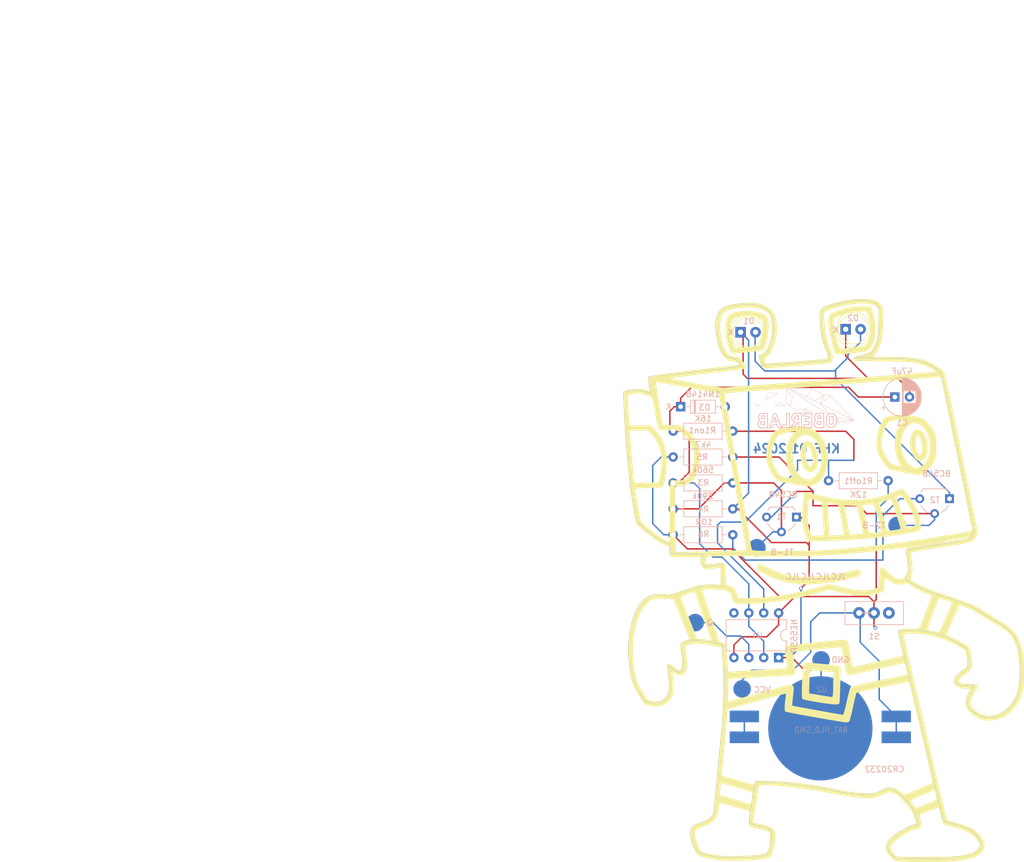
<source format=kicad_pcb>
(kicad_pcb (version 20240108) (generator "pcbnew") (generator_version "8.0")
  (layers (0 "F.Cu" signal) (31 "B.Cu" signal) (34 "B.Paste" user) (35 "F.Paste" user) (36 "B.SilkS" user "B.Silkscreen") (37 "F.SilkS" user "F.Silkscreen") (38 "B.Mask" user) (39 "F.Mask" user) (44 "Edge.Cuts" user))
  (net 0 "")
  (net 1 "Net-(D3-K)")
  (net 2 "Net-(D1-K)")
  (net 3 "Net-(D1-A)")
  (net 4 "Net-(D3-A)")
  (net 5 "Net-(S1-E)")
  (net 6 "Net-(S1-Pad1)")
  (net 7 "Net-(U1-Pad3)")
  (net 8 "Net-(S1-A-Pad1)")
  (net 12 "Net-(T1-B)")
  (net 13 "Net-(Q1-B)")
  (net 14 "Net-(Q1-C)")
  (net 15 "Net-(Q2-C)")
  (footprint "LED_THT:LED_D5.0mm" (layer "F.Cu") (at 123.444 55.245)
    (property "Reference" "D1")
    (property "Value" "LED")
  )
  (footprint "LED_THT:LED_D5.0mm" (layer "F.Cu") (at 141.351 54.737)
    (property "Reference" "D2")
    (property "Value" "LED")
  )
  (footprint "!Goody:ob-logo_B.SilkS" (layer "F.Cu") (at 139.573 85.471)
    (property "Reference" "G***" (hide yes))
    (property "Value" "LOGO" (hide yes))
  )
  (footprint "LOGO" (layer "F.Cu") (at 0 0)
    (property "Reference" "G***" (hide yes))
    (property "Value" "LOGO" (hide yes))
  )
  (footprint "LOGO" (layer "F.Cu") (at 0 0)
    (property "Reference" "G***" (hide yes))
    (property "Value" "LOGO" (hide yes))
  )
  (footprint "LOGO" (layer "F.Cu") (at 0 0)
    (property "Reference" "G***" (hide yes))
    (property "Value" "LOGO" (hide yes))
  )
  (footprint "LOGO" (layer "F.Cu") (at 0 0)
    (property "Reference" "G***" (hide yes))
    (property "Value" "LOGO" (hide yes))
  )
  (footprint "LOGO" (layer "F.Cu") (at 0 0)
    (property "Reference" "G***" (hide yes))
    (property "Value" "LOGO" (hide yes))
  )
  (footprint "LOGO" (layer "F.Cu") (at 137.414 97.282)
    (property "Reference" "G***" (hide yes))
    (property "Value" "LOGO" (hide yes))
  )
  (footprint "LOGO" (layer "F.Cu") (at 0 0)
    (property "Reference" "G***" (hide yes))
    (property "Value" "LOGO" (hide yes))
  )
  (footprint "Capacitor_THT:CP_Radial_D6.3mm_P2.50mm" (layer "B.Cu") (at 149.733 66.294)
    (property "Reference" "C1")
    (property "Value" "47uF")
  )
  (footprint "Diode_THT:D_DO-35_SOD27_P7.62mm_Horizontal" (layer "B.Cu") (at 113.216001 67.945)
    (property "Reference" "D3")
    (property "Value" "1N4148")
  )
  (footprint "!Goody:TO-92L_Wide" (layer "B.Cu") (at 127.8636 86.7664)
    (property "Reference" "T1")
    (property "Value" "Q_NPN_EBC")
  )
  (footprint "!Goody:TO-92L_Wide" (layer "B.Cu") (at 153.9748 83.6422)
    (property "Reference" "T2")
    (property "Value" "Q_NPN_EBC")
  )
  (footprint "Resistor_THT:R_Axial_DIN0207_L6.3mm_D2.5mm_P10.16mm_Horizontal" (layer "B.Cu") (at 111.946001 80.9514)
    (property "Reference" "R3")
    (property "Value" "560k")
  )
  (footprint "Resistor_THT:R_Axial_DIN0207_L6.3mm_D2.5mm_P10.16mm_Horizontal" (layer "B.Cu") (at 111.946001 85.3702)
    (property "Reference" "R4")
    (property "Value" "390k")
  )
  (footprint "Resistor_THT:R_Axial_DIN0207_L6.3mm_D2.5mm_P10.16mm_Horizontal" (layer "B.Cu") (at 111.946001 76.5326)
    (property "Reference" "R5")
    (property "Value" "4k7")
  )
  (footprint "Resistor_THT:R_Axial_DIN0207_L6.3mm_D2.5mm_P10.16mm_Horizontal" (layer "B.Cu") (at 111.946001 89.789)
    (property "Reference" "R6")
    (property "Value" "10R")
  )
  (footprint "Resistor_THT:R_Axial_DIN0207_L6.3mm_D2.5mm_P10.16mm_Horizontal" (layer "B.Cu") (at 111.946001 72.1138)
    (property "Reference" "R1on1")
    (property "Value" "16K")
  )
  (footprint "!Goody:Micro_SchalterKHF" (layer "B.Cu") (at 143.637 103.124)
    (property "Reference" "S1")
    (property "Value" "Micro_Schalter")
  )
  (footprint "Package_DIP:DIP-8_W7.62mm" (layer "B.Cu") (at 129.921 110.744 90)
    (property "Reference" "U1")
    (property "Value" "NE555P")
  )
  (footprint "!Goody:BAT-HLD-SMD-Blech" (layer "B.Cu") (at 137.033 122.809)
    (property "Reference" "U2")
    (property "Value" "BAT_HLD_SMD")
  )
  (footprint "!Goody:LP_rund" (layer "B.Cu") (at 137.16 111.125)
    (property "Reference" "GND")
    (property "Value" "LP_rund")
  )
  (footprint "!Goody:LP_rund" (layer "B.Cu") (at 123.698 116.078)
    (property "Reference" "VCC")
    (property "Value" "LP_rund")
  )
  (footprint "!Goody:LP_rund" (layer "B.Cu") (at 150.114 88.1888)
    (property "Reference" "T2-B")
    (property "Value" "LP_rund")
  )
  (footprint "Resistor_THT:R_Axial_DIN0207_L6.3mm_D2.5mm_P10.16mm_Horizontal" (layer "B.Cu") (at 148.59 80.5688 180)
    (property "Reference" "R1off1")
    (property "Value" "12K")
  )
  (footprint "!Goody:LP_rund" (layer "B.Cu") (at 115.697 104.775)
    (property "Reference" "Q")
    (property "Value" "LP_rund")
  )
  (footprint "!Goody:LP_rund" (layer "B.Cu") (at 126.2126 91.9988)
    (property "Reference" "T1-B")
    (property "Value" "LP_rund")
  )
  (gr_line (start 146.304 103.124) (end 143.637 103.124) (stroke (width 0.15)) (layer "B.SilkS"))
  (gr_line (start 143.637 103.124) (end 146.304 103.124) (stroke (width 0.15)) (layer "B.SilkS"))
  (gr_line (start 130.5999 132.0165) (end 136.3578 132.7696) (stroke (width 0.1)) (layer "Edge.Cuts"))
  (gr_line (start 111.32021 114.7763) (end 111.23051 114.0167) (stroke (width 0.1)) (layer "Edge.Cuts"))
  (gr_line (start 161.3562 112.9311) (end 160.9741 113.1853) (stroke (width 0.1)) (layer "Edge.Cuts"))
  (gr_line (start 146.5628 57.22301) (end 146.7948 56.54648) (stroke (width 0.1)) (layer "Edge.Cuts"))
  (gr_line (start 117.6271 95.1195) (end 117.9483 95.012) (stroke (width 0.1)) (layer "Edge.Cuts"))
  (gr_line (start 161.9002 118.0528) (end 161.8962 118.3399) (stroke (width 0.1)) (layer "Edge.Cuts"))
  (gr_line (start 164.2781 142.0446) (end 164.1768 141.8185) (stroke (width 0.1)) (layer "Edge.Cuts"))
  (gr_line (start 115.8372 143.4732) (end 116.2019 143.9883) (stroke (width 0.1)) (layer "Edge.Cuts"))
  (gr_line (start 103.96118 73.7819) (end 104.17775 76.5512) (stroke (width 0.1)) (layer "Edge.Cuts"))
  (gr_line (start 138.4645 59.5003) (end 138.4022 59.6734) (stroke (width 0.1)) (layer "Edge.Cuts"))
  (gr_line (start 105.71019 115.997) (end 106.07081 116.6281) (stroke (width 0.1)) (layer "Edge.Cuts"))
  (gr_line (start 164.1768 141.8185) (end 163.8843 141.367) (stroke (width 0.1)) (layer "Edge.Cuts"))
  (gr_line (start 121.079 50.84965) (end 120.8272 50.91435) (stroke (width 0.1)) (layer "Edge.Cuts"))
  (gr_line (start 155.0189 144.9964) (end 156.7595 144.9964) (stroke (width 0.1)) (layer "Edge.Cuts"))
  (gr_line (start 108.84921 100.0392) (end 108.41393 100.1146) (stroke (width 0.1)) (layer "Edge.Cuts"))
  (gr_line (start 121.3539 50.80905) (end 121.079 50.84965) (stroke (width 0.1)) (layer "Edge.Cuts"))
  (gr_line (start 119.3533 52.72564) (end 119.2404 53.29198) (stroke (width 0.1)) (layer "Edge.Cuts"))
  (gr_line (start 169.1847 119.287) (end 169.5005 118.9255) (stroke (width 0.1)) (layer "Edge.Cuts"))
  (gr_line (start 104.30666 65.2397) (end 103.466499 65.46) (stroke (width 0.1)) (layer "Edge.Cuts"))
  (gr_line (start 116.8252 98.5391) (end 115.6769 98.7778) (stroke (width 0.1)) (layer "Edge.Cuts"))
  (gr_line (start 146.1297 134.0251) (end 148.311 133.0209) (stroke (width 0.1)) (layer "Edge.Cuts"))
  (gr_line (start 137.6541 57.09935) (end 137.9502 57.8814) (stroke (width 0.1)) (layer "Edge.Cuts"))
  (gr_line (start 147.0602 53.48242) (end 147.0934 51.89727) (stroke (width 0.1)) (layer "Edge.Cuts"))
  (gr_line (start 111.40428 92.9611) (end 117.0747 93.0869) (stroke (width 0.1)) (layer "Edge.Cuts"))
  (gr_line (start 164.1846 143.2005) (end 164.2956 142.9658) (stroke (width 0.1)) (layer "Edge.Cuts"))
  (gr_line (start 115.4179 107.7322) (end 115.8552 107.7283) (stroke (width 0.1)) (layer "Edge.Cuts"))
  (gr_line (start 111.91161 112.7388) (end 112.33267 113.022) (stroke (width 0.1)) (layer "Edge.Cuts"))
  (gr_line (start 149.4085 133.2373) (end 149.7516 133.3978) (stroke (width 0.1)) (layer "Edge.Cuts"))
  (gr_line (start 144.7231 49.7854) (end 143.8518 49.74406) (stroke (width 0.1)) (layer "Edge.Cuts"))
  (gr_line (start 139.958 133.5167) (end 141.1629 133.7457) (stroke (width 0.1)) (layer "Edge.Cuts"))
  (gr_line (start 119.6037 129.6129) (end 119.2603 133.2113) (stroke (width 0.1)) (layer "Edge.Cuts"))
  (gr_line (start 104.34027 108.6647) (end 104.31707 109.7405) (stroke (width 0.1)) (layer "Edge.Cuts"))
  (gr_line (start 109.32855 100.0132) (end 108.84921 100.0392) (stroke (width 0.1)) (layer "Edge.Cuts"))
  (gr_line (start 156.5824 61.3194) (end 156.2003 61.0583) (stroke (width 0.1)) (layer "Edge.Cuts"))
  (gr_line (start 103.779899 71.0088) (end 103.96118 73.7819) (stroke (width 0.1)) (layer "Edge.Cuts"))
  (gr_line (start 157.3095 61.9282) (end 156.9527 61.6093) (stroke (width 0.1)) (layer "Edge.Cuts"))
  (gr_line (start 153.6775 139.3411) (end 153.4592 139.285) (stroke (width 0.1)) (layer "Edge.Cuts"))
  (gr_line (start 149.0537 133.1203) (end 149.4085 133.2373) (stroke (width 0.1)) (layer "Edge.Cuts"))
  (gr_line (start 146.304 50.16434) (end 145.9863 50.03565) (stroke (width 0.1)) (layer "Edge.Cuts"))
  (gr_line (start 162.1591 110.4529) (end 162.241 111.0134) (stroke (width 0.1)) (layer "Edge.Cuts"))
  (gr_line (start 139.6966 50.37026) (end 138.7628 50.64185) (stroke (width 0.1)) (layer "Edge.Cuts"))
  (gr_line (start 117.9483 95.012) (end 120.1292 94.7608) (stroke (width 0.1)) (layer "Edge.Cuts"))
  (gr_line (start 170.8533 116.2019) (end 171.0267 115.334) (stroke (width 0.1)) (layer "Edge.Cuts"))
  (gr_line (start 128.0303 144.0548) (end 128.2135 143.7061) (stroke (width 0.1)) (layer "Edge.Cuts"))
  (gr_line (start 128.769 52.8186) (end 128.7398 52.57881) (stroke (width 0.1)) (layer "Edge.Cuts"))
  (gr_line (start 150.083 133.5988) (end 150.4046 133.8414) (stroke (width 0.1)) (layer "Edge.Cuts"))
  (gr_line (start 146.5671 50.34782) (end 146.304 50.16434) (stroke (width 0.1)) (layer "Edge.Cuts"))
  (gr_line (start 118.8885 137.1453) (end 118.7534 137.4584) (stroke (width 0.1)) (layer "Edge.Cuts"))
  (gr_line (start 120.4235 110.1059) (end 120.5605 111.8225) (stroke (width 0.1)) (layer "Edge.Cuts"))
  (gr_line (start 104.68875 112.9581) (end 104.7985 113.6587) (stroke (width 0.1)) (layer "Edge.Cuts"))
  (gr_line (start 110.50026 117.7909) (end 110.82756 117.4333) (stroke (width 0.1)) (layer "Edge.Cuts"))
  (gr_line (start 168.8357 119.6205) (end 169.1847 119.287) (stroke (width 0.1)) (layer "Edge.Cuts"))
  (gr_line (start 162.241 111.0134) (end 162.2703 111.5556) (stroke (width 0.1)) (layer "Edge.Cuts"))
  (gr_line (start 168.4576 119.922) (end 168.8357 119.6205) (stroke (width 0.1)) (layer "Edge.Cuts"))
  (gr_line (start 161.9488 117.7629) (end 161.9002 118.0528) (stroke (width 0.1)) (layer "Edge.Cuts"))
  (gr_line (start 107.00837 88.7141) (end 107.66918 89.2593) (stroke (width 0.1)) (layer "Edge.Cuts"))
  (gr_line (start 117.0747 93.0869) (end 116.7261 94.091) (stroke (width 0.1)) (layer "Edge.Cuts"))
  (gr_line (start 148.6524 143.7998) (end 148.9019 144.1109) (stroke (width 0.1)) (layer "Edge.Cuts"))
  (gr_line (start 151.204 106.056) (end 152.0617 106.0107) (stroke (width 0.1)) (layer "Edge.Cuts"))
  (gr_line (start 115.8552 107.7283) (end 116.7266 107.7948) (stroke (width 0.1)) (layer "Edge.Cuts"))
  (gr_line (start 149.6192 144.8262) (end 153.2411 144.9547) (stroke (width 0.1)) (layer "Edge.Cuts"))
  (gr_line (start 118.416 137.9687) (end 118.2175 138.1727) (stroke (width 0.1)) (layer "Edge.Cuts"))
  (gr_line (start 108.17781 65.7954) (end 107.75072 65.5836) (stroke (width 0.1)) (layer "Edge.Cuts"))
  (gr_line (start 156.7595 144.9964) (end 158.4516 144.9336) (stroke (width 0.1)) (layer "Edge.Cuts"))
  (gr_line (start 166.2529 120.8491) (end 166.7207 120.7514) (stroke (width 0.1)) (layer "Edge.Cuts"))
  (gr_line (start 128.2292 51.62006) (end 127.8956 51.33108) (stroke (width 0.1)) (layer "Edge.Cuts"))
  (gr_line (start 164.0169 143.4363) (end 164.1846 143.2005) (stroke (width 0.1)) (layer "Edge.Cuts"))
  (gr_line (start 137.0597 53.78802) (end 137.1414 54.63755) (stroke (width 0.1)) (layer "Edge.Cuts"))
  (gr_line (start 147.0934 51.89727) (end 147.1266 51.64795) (stroke (width 0.1)) (layer "Edge.Cuts"))
  (gr_line (start 117.9656 98.4241) (end 117.3964 98.4637) (stroke (width 0.1)) (layer "Edge.Cuts"))
  (gr_line (start 118.9136 144.5973) (end 120.3329 144.7569) (stroke (width 0.1)) (layer "Edge.Cuts"))
  (gr_line (start 119.457 56.18697) (end 119.5638 56.72228) (stroke (width 0.1)) (layer "Edge.Cuts"))
  (gr_line (start 127.8316 139.6667) (end 127.2816 139.5102) (stroke (width 0.1)) (layer "Edge.Cuts"))
  (gr_line (start 162.4771 90.3388) (end 162.6971 90.1488) (stroke (width 0.1)) (layer "Edge.Cuts"))
  (gr_line (start 118.4724 108.106) (end 119.3437 108.2772) (stroke (width 0.1)) (layer "Edge.Cuts"))
  (gr_line (start 148.5683 142.1112) (end 148.4299 142.3287) (stroke (width 0.1)) (layer "Edge.Cuts"))
  (gr_line (start 149.3227 141.3215) (end 148.9544 141.6626) (stroke (width 0.1)) (layer "Edge.Cuts"))
  (gr_line (start 120.1292 94.7608) (end 120.2168 98.6956) (stroke (width 0.1)) (layer "Edge.Cuts"))
  (gr_line (start 152.8901 106.0107) (end 153.6953 106.0522) (stroke (width 0.1)) (layer "Edge.Cuts"))
  (gr_line (start 116.7261 94.091) (end 116.7437 94.3858) (stroke (width 0.1)) (layer "Edge.Cuts"))
  (gr_line (start 117.0167 138.8425) (end 116.4808 139.0183) (stroke (width 0.1)) (layer "Edge.Cuts"))
  (gr_line (start 170.8143 109.2592) (end 170.6446 108.5806) (stroke (width 0.1)) (layer "Edge.Cuts"))
  (gr_line (start 128.6834 52.35662) (end 128.4981 51.95935) (stroke (width 0.1)) (layer "Edge.Cuts"))
  (gr_line (start 162.6992 119.7046) (end 163.058 119.9617) (stroke (width 0.1)) (layer "Edge.Cuts"))
  (gr_line (start 155.9681 106.4069) (end 156.6836 106.5953) (stroke (width 0.1)) (layer "Edge.Cuts"))
  (gr_line (start 107.33615 100.5805) (end 107.04609 100.795) (stroke (width 0.1)) (layer "Edge.Cuts"))
  (gr_line (start 148.9544 141.6626) (end 148.5683 142.1112) (stroke (width 0.1)) (layer "Edge.Cuts"))
  (gr_line (start 106.78605 101.0308) (end 106.34179 101.5392) (stroke (width 0.1)) (layer "Edge.Cuts"))
  (gr_line (start 120.5951 117.7397) (end 120.5487 118.8397) (stroke (width 0.1)) (layer "Edge.Cuts"))
  (gr_line (start 138.4821 59.3283) (end 138.4645 59.5003) (stroke (width 0.1)) (layer "Edge.Cuts"))
  (gr_line (start 160.9741 113.1853) (end 160.6466 113.4483) (stroke (width 0.1)) (layer "Edge.Cuts"))
  (gr_line (start 152.3286 139.5034) (end 151.8666 139.7375) (stroke (width 0.1)) (layer "Edge.Cuts"))
  (gr_line (start 126.5872 59.2654) (end 126.7161 59.2993) (stroke (width 0.1)) (layer "Edge.Cuts"))
  (gr_line (start 117.1525 95.1117) (end 117.3631 95.1503) (stroke (width 0.1)) (layer "Edge.Cuts"))
  (gr_line (start 162.1573 112.2516) (end 162.0657 112.4335) (stroke (width 0.1)) (layer "Edge.Cuts"))
  (gr_line (start 146.4069 57.54004) (end 146.5628 57.22301) (stroke (width 0.1)) (layer "Edge.Cuts"))
  (gr_line (start 165.7363 103.8321) (end 164.6427 103.1148) (stroke (width 0.1)) (layer "Edge.Cuts"))
  (gr_line (start 150.4046 133.8414) (end 150.7146 134.1236) (stroke (width 0.1)) (layer "Edge.Cuts"))
  (gr_line (start 128.563 142.3046) (end 128.6235 141.7623) (stroke (width 0.1)) (layer "Edge.Cuts"))
  (gr_line (start 161.8649 90.6356) (end 162.2015 90.5027) (stroke (width 0.1)) (layer "Edge.Cuts"))
  (gr_line (start 116.7901 94.641) (end 116.8705 94.8508) (stroke (width 0.1)) (layer "Edge.Cuts"))
  (gr_line (start 123.1863 50.49109) (end 122.5737 50.57507) (stroke (width 0.1)) (layer "Edge.Cuts"))
  (gr_line (start 127.1119 59.2142) (end 127.375 59.0326) (stroke (width 0.1)) (layer "Edge.Cuts"))
  (gr_line (start 157.9973 138.6308) (end 150.319 106.1478) (stroke (width 0.1)) (layer "Edge.Cuts"))
  (gr_line (start 148.9019 144.1109) (end 149.2235 144.4512) (stroke (width 0.1)) (layer "Edge.Cuts"))
  (gr_line (start 150.9446 140.2554) (end 150.4943 140.4671) (stroke (width 0.1)) (layer "Edge.Cuts"))
  (gr_line (start 170.4439 107.9804) (end 170.21 107.4516) (stroke (width 0.1)) (layer "Edge.Cuts"))
  (gr_line (start 104.78419 82.0719) (end 105.2072 84.8219) (stroke (width 0.1)) (layer "Edge.Cuts"))
  (gr_line (start 111.40428 91.4127) (end 111.40428 92.9611) (stroke (width 0.1)) (layer "Edge.Cuts"))
  (gr_line (start 120.3039 122.413) (end 119.9706 126.0086) (stroke (width 0.1)) (layer "Edge.Cuts"))
  (gr_line (start 153.4436 138.3001) (end 153.6775 139.3411) (stroke (width 0.1)) (layer "Edge.Cuts"))
  (gr_line (start 162.1925 119.1739) (end 162.4108 119.4418) (stroke (width 0.1)) (layer "Edge.Cuts"))
  (gr_line (start 157.6506 62.2791) (end 157.3095 61.9282) (stroke (width 0.1)) (layer "Edge.Cuts"))
  (gr_line (start 169.0385 105.9052) (end 168.6993 105.623) (stroke (width 0.1)) (layer "Edge.Cuts"))
  (gr_line (start 152.0541 95.3901) (end 152.0248 94.6547) (stroke (width 0.1)) (layer "Edge.Cuts"))
  (gr_line (start 153.2411 144.9547) (end 155.0189 144.9964) (stroke (width 0.1)) (layer "Edge.Cuts"))
  (gr_line (start 148.311 133.0209) (end 148.6892 133.0478) (stroke (width 0.1)) (layer "Edge.Cuts"))
  (gr_line (start 120.1994 51.24877) (end 120.0283 51.40439) (stroke (width 0.1)) (layer "Edge.Cuts"))
  (gr_line (start 107.75072 65.5836) (end 107.30257 65.3942) (stroke (width 0.1)) (layer "Edge.Cuts"))
  (gr_line (start 105.04702 65.1207) (end 104.30666 65.2397) (stroke (width 0.1)) (layer "Edge.Cuts"))
  (gr_line (start 128.4461 140.0322) (end 128.2759 139.8882) (stroke (width 0.1)) (layer "Edge.Cuts"))
  (gr_line (start 151.722 92.3892) (end 161.8649 90.6356) (stroke (width 0.1)) (layer "Edge.Cuts"))
  (gr_line (start 104.44657 79.3154) (end 104.78419 82.0719) (stroke (width 0.1)) (layer "Edge.Cuts"))
  (gr_line (start 162.0481 109.9107) (end 162.1591 110.4529) (stroke (width 0.1)) (layer "Edge.Cuts"))
  (gr_line (start 151.6485 96.9453) (end 151.7986 96.6747) (stroke (width 0.1)) (layer "Edge.Cuts"))
  (gr_line (start 142.3773 133.9312) (end 143.6073 134.0531) (stroke (width 0.1)) (layer "Edge.Cuts"))
  (gr_line (start 161.3017 115.4567) (end 161.863 115.4789) (stroke (width 0.1)) (layer "Edge.Cuts"))
  (gr_line (start 148.6892 133.0478) (end 149.0537 133.1203) (stroke (width 0.1)) (layer "Edge.Cuts"))
  (gr_line (start 122.5737 50.57507) (end 121.3539 50.80905) (stroke (width 0.1)) (layer "Edge.Cuts"))
  (gr_line (start 119.3437 108.2772) (end 120.217 108.4077) (stroke (width 0.1)) (layer "Edge.Cuts"))
  (gr_line (start 107.04197 118.1185) (end 107.4178 118.2644) (stroke (width 0.1)) (layer "Edge.Cuts"))
  (gr_line (start 106.82109 65.2406) (end 106.29321 65.1342) (stroke (width 0.1)) (layer "Edge.Cuts"))
  (gr_line (start 107.04609 100.795) (end 106.78605 101.0308) (stroke (width 0.1)) (layer "Edge.Cuts"))
  (gr_line (start 156.2003 61.0583) (end 155.8027 60.8245) (stroke (width 0.1)) (layer "Edge.Cuts"))
  (gr_line (start 126.847 59.3002) (end 127.1119 59.2142) (stroke (width 0.1)) (layer "Edge.Cuts"))
  (gr_line (start 105.01819 114.4609) (end 105.19148 114.9211) (stroke (width 0.1)) (layer "Edge.Cuts"))
  (gr_line (start 164.8338 120.8298) (end 165.3055 120.8906) (stroke (width 0.1)) (layer "Edge.Cuts"))
  (gr_line (start 110.96774 111.9241) (end 111.45313 112.3608) (stroke (width 0.1)) (layer "Edge.Cuts"))
  (gr_line (start 147.113 51.37821) (end 147.0526 51.10084) (stroke (width 0.1)) (layer "Edge.Cuts"))
  (gr_line (start 125.0574 137.1653) (end 125.9741 131.8484) (stroke (width 0.1)) (layer "Edge.Cuts"))
  (gr_line (start 163.7889 143.6741) (end 164.0169 143.4363) (stroke (width 0.1)) (layer "Edge.Cuts"))
  (gr_line (start 115.0969 139.7172) (end 114.9992 139.9443) (stroke (width 0.1)) (layer "Edge.Cuts"))
  (gr_line (start 138.7628 50.64185) (end 137.7555 50.97721) (stroke (width 0.1)) (layer "Edge.Cuts"))
  (gr_line (start 161.785 112.6923) (end 161.3562 112.9311) (stroke (width 0.1)) (layer "Edge.Cuts"))
  (gr_line (start 111.05526 100.2866) (end 110.42972 100.1301) (stroke (width 0.1)) (layer "Edge.Cuts"))
  (gr_line (start 145.2919 58.925) (end 145.4771 58.8527) (stroke (width 0.1)) (layer "Edge.Cuts"))
  (gr_line (start 127.2816 139.5102) (end 126.0476 139.2774) (stroke (width 0.1)) (layer "Edge.Cuts"))
  (gr_line (start 145.9863 50.03565) (end 145.7777 49.9758) (stroke (width 0.1)) (layer "Edge.Cuts"))
  (gr_line (start 124.9274 138.9652) (end 125.0574 137.1653) (stroke (width 0.1)) (layer "Edge.Cuts"))
  (gr_line (start 138.2854 59.8463) (end 138.1062 60.0183) (stroke (width 0.1)) (layer "Edge.Cuts"))
  (gr_line (start 118.2175 138.1727) (end 118.0029 138.3476) (stroke (width 0.1)) (layer "Edge.Cuts"))
  (gr_line (start 163.1436 144.1564) (end 163.5003 143.9138) (stroke (width 0.1)) (layer "Edge.Cuts"))
  (gr_line (start 117.5998 107.9331) (end 118.4724 108.106) (stroke (width 0.1)) (layer "Edge.Cuts"))
  (gr_line (start 161.2957 139.5267) (end 160.6543 139.3092) (stroke (width 0.1)) (layer "Edge.Cuts"))
  (gr_line (start 119.0967 98.4646) (end 118.5326 98.4221) (stroke (width 0.1)) (layer "Edge.Cuts"))
  (gr_line (start 114.1106 107.9555) (end 114.5446 107.8414) (stroke (width 0.1)) (layer "Edge.Cuts"))
  (gr_line (start 145.1068 58.9744) (end 145.2919 58.925) (stroke (width 0.1)) (layer "Edge.Cuts"))
  (gr_line (start 125.4511 139.1449) (end 124.9274 138.9652) (stroke (width 0.1)) (layer "Edge.Cuts"))
  (gr_line (start 151.9117 96.3829) (end 151.9897 96.0696) (stroke (width 0.1)) (layer "Edge.Cuts"))
  (gr_line (start 137.0143 51.78334) (end 136.97 52.06558) (stroke (width 0.1)) (layer "Edge.Cuts"))
  (gr_line (start 137.3769 51.21792) (end 137.243 51.35222) (stroke (width 0.1)) (layer "Edge.Cuts"))
  (gr_line (start 109.8293 118.2318) (end 110.16673 118.0472) (stroke (width 0.1)) (layer "Edge.Cuts"))
  (gr_line (start 154.475 106.1334) (end 155.2332 106.2522) (stroke (width 0.1)) (layer "Edge.Cuts"))
  (gr_line (start 160.4868 115.273) (end 160.8436 115.3862) (stroke (width 0.1)) (layer "Edge.Cuts"))
  (gr_line (start 143.8518 49.74406) (end 143.8501 49.74406) (stroke (width 0.1)) (layer "Edge.Cuts"))
  (gr_line (start 152.0346 95.7382) (end 152.0541 95.3901) (stroke (width 0.1)) (layer "Edge.Cuts"))
  (gr_line (start 138.4022 59.6734) (end 138.2854 59.8463) (stroke (width 0.1)) (layer "Edge.Cuts"))
  (gr_line (start 104.31707 109.7405) (end 104.33827 110.8356) (stroke (width 0.1)) (layer "Edge.Cuts"))
  (gr_line (start 155.8027 60.8245) (end 155.3933 60.6176) (stroke (width 0.1)) (layer "Edge.Cuts"))
  (gr_line (start 105.70587 65.0899) (end 105.04702 65.1207) (stroke (width 0.1)) (layer "Edge.Cuts"))
  (gr_line (start 145.7777 49.9758) (end 145.3605 49.87817) (stroke (width 0.1)) (layer "Edge.Cuts"))
  (gr_line (start 110.16673 118.0472) (end 110.50026 117.7909) (stroke (width 0.1)) (layer "Edge.Cuts"))
  (gr_line (start 114.5254 99.1055) (end 113.3691 99.4883) (stroke (width 0.1)) (layer "Edge.Cuts"))
  (gr_line (start 152.7886 139.3354) (end 152.3286 139.5034) (stroke (width 0.1)) (layer "Edge.Cuts"))
  (gr_line (start 110.82756 117.4333) (end 111.14276 116.9472) (stroke (width 0.1)) (layer "Edge.Cuts"))
  (gr_line (start 149.7516 133.3978) (end 150.083 133.5988) (stroke (width 0.1)) (layer "Edge.Cuts"))
  (gr_line (start 153.4592 139.285) (end 153.239 139.2685) (stroke (width 0.1)) (layer "Edge.Cuts"))
  (gr_line (start 146.7948 56.54648) (end 146.9391 55.82153) (stroke (width 0.1)) (layer "Edge.Cuts"))
  (gr_line (start 145.4771 58.8527) (end 145.6642 58.731) (stroke (width 0.1)) (layer "Edge.Cuts"))
  (gr_line (start 120.2168 98.6956) (end 119.6578 98.5545) (stroke (width 0.1)) (layer "Edge.Cuts"))
  (gr_line (start 144.9215 59.0236) (end 145.1068 58.9744) (stroke (width 0.1)) (layer "Edge.Cuts"))
  (gr_line (start 128.9262 53.82188) (end 128.769 52.8186) (stroke (width 0.1)) (layer "Edge.Cuts"))
  (gr_line (start 124.7694 144.7179) (end 126.2834 144.5537) (stroke (width 0.1)) (layer "Edge.Cuts"))
  (gr_line (start 126.2385 50.55787) (end 125.6282 50.46697) (stroke (width 0.1)) (layer "Edge.Cuts"))
  (gr_line (start 137.1412 51.49344) (end 137.0143 51.78334) (stroke (width 0.1)) (layer "Edge.Cuts"))
  (gr_line (start 151.7986 96.6747) (end 151.9117 96.3829) (stroke (width 0.1)) (layer "Edge.Cuts"))
  (gr_line (start 161.9136 139.7857) (end 161.2957 139.5267) (stroke (width 0.1)) (layer "Edge.Cuts"))
  (gr_line (start 169.9507 106.9878) (end 169.6661 106.5798) (stroke (width 0.1)) (layer "Edge.Cuts"))
  (gr_line (start 114.9235 140.8064) (end 115.0263 141.4772) (stroke (width 0.1)) (layer "Edge.Cuts"))
  (gr_line (start 170.2412 117.8199) (end 170.4303 117.4342) (stroke (width 0.1)) (layer "Edge.Cuts"))
  (gr_line (start 164.3678 120.7089) (end 164.8338 120.8298) (stroke (width 0.1)) (layer "Edge.Cuts"))
  (gr_line (start 151.4537 97.19) (end 151.6485 96.9453) (stroke (width 0.1)) (layer "Edge.Cuts"))
  (gr_line (start 156.3172 99.7135) (end 154.8767 99.1838) (stroke (width 0.1)) (layer "Edge.Cuts"))
  (gr_line (start 115.4181 139.3837) (end 115.2348 139.5287) (stroke (width 0.1)) (layer "Edge.Cuts"))
  (gr_line (start 105.98331 102.0603) (end 105.68916 102.5474) (stroke (width 0.1)) (layer "Edge.Cuts"))
  (gr_line (start 118.5326 98.4221) (end 117.9656 98.4241) (stroke (width 0.1)) (layer "Edge.Cuts"))
  (gr_line (start 121.7865 144.8253) (end 123.2685 144.8107) (stroke (width 0.1)) (layer "Edge.Cuts"))
  (gr_line (start 160.2237 115.1214) (end 160.4868 115.273) (stroke (width 0.1)) (layer "Edge.Cuts"))
  (gr_line (start 121.3086 59.5591) (end 121.5796 59.6161) (stroke (width 0.1)) (layer "Edge.Cuts"))
  (gr_line (start 143.6073 134.0531) (end 144.8569 134.0908) (stroke (width 0.1)) (layer "Edge.Cuts"))
  (gr_line (start 145.4904 134.0724) (end 146.1297 134.0251) (stroke (width 0.1)) (layer "Edge.Cuts"))
  (gr_line (start 113.4317 112.7476) (end 113.5315 112.4876) (stroke (width 0.1)) (layer "Edge.Cuts"))
  (gr_line (start 115.943 139.1885) (end 115.4181 139.3837) (stroke (width 0.1)) (layer "Edge.Cuts"))
  (gr_line (start 146.2198 57.8415) (end 146.4069 57.54004) (stroke (width 0.1)) (layer "Edge.Cuts"))
  (gr_line (start 120.4399 120.6219) (end 120.3039 122.413) (stroke (width 0.1)) (layer "Edge.Cuts"))
  (gr_line (start 126.7161 59.2993) (end 126.847 59.3002) (stroke (width 0.1)) (layer "Edge.Cuts"))
  (gr_line (start 119.5195 52.21819) (end 119.3533 52.72564) (stroke (width 0.1)) (layer "Edge.Cuts"))
  (gr_line (start 118.7534 137.4584) (end 118.5953 137.7319) (stroke (width 0.1)) (layer "Edge.Cuts"))
  (gr_line (start 151.8666 139.7375) (end 150.9446 140.2554) (stroke (width 0.1)) (layer "Edge.Cuts"))
  (gr_line (start 163.3192 115.357) (end 162.8806 115.967) (stroke (width 0.1)) (layer "Edge.Cuts"))
  (gr_line (start 108.3532 89.7763) (end 109.06237 90.2568) (stroke (width 0.1)) (layer "Edge.Cuts"))
  (gr_line (start 153.555 98.6019) (end 152.9546 98.2839) (stroke (width 0.1)) (layer "Edge.Cuts"))
  (gr_line (start 148.4711 143.5148) (end 148.6524 143.7998) (stroke (width 0.1)) (layer "Edge.Cuts"))
  (gr_line (start 105.2072 84.8219) (end 105.73098 87.561) (stroke (width 0.1)) (layer "Edge.Cuts"))
  (gr_line (start 163.0578 140.4729) (end 162.5042 140.0979) (stroke (width 0.1)) (layer "Edge.Cuts"))
  (gr_line (start 111.23051 114.0167) (end 110.96774 111.9241) (stroke (width 0.1)) (layer "Edge.Cuts"))
  (gr_line (start 113.3188 112.9429) (end 113.4317 112.7476) (stroke (width 0.1)) (layer "Edge.Cuts"))
  (gr_line (start 114.9387 140.2053) (end 114.9155 140.4952) (stroke (width 0.1)) (layer "Edge.Cuts"))
  (gr_line (start 153.1688 137.4496) (end 153.4436 138.3001) (stroke (width 0.1)) (layer "Edge.Cuts"))
  (gr_line (start 155.3933 60.6176) (end 154.5414 60.2744) (stroke (width 0.1)) (layer "Edge.Cuts"))
  (gr_line (start 162.3347 101.7945) (end 160.8845 101.233) (stroke (width 0.1)) (layer "Edge.Cuts"))
  (gr_line (start 163.9156 120.5262) (end 164.3678 120.7089) (stroke (width 0.1)) (layer "Edge.Cuts"))
  (gr_line (start 171.1418 112.6856) (end 171.0853 111.8409) (stroke (width 0.1)) (layer "Edge.Cuts"))
  (gr_line (start 114.9155 140.4952) (end 114.9235 140.8064) (stroke (width 0.1)) (layer "Edge.Cuts"))
  (gr_line (start 112.33267 113.022) (end 112.52701 113.1168) (stroke (width 0.1)) (layer "Edge.Cuts"))
  (gr_line (start 128.9816 54.62895) (end 128.9262 53.82188) (stroke (width 0.1)) (layer "Edge.Cuts"))
  (gr_line (start 163.8843 141.367) (end 163.5003 140.9184) (stroke (width 0.1)) (layer "Edge.Cuts"))
  (gr_line (start 104.52755 111.6097) (end 104.62035 112.296) (stroke (width 0.1)) (layer "Edge.Cuts"))
  (gr_line (start 126.0476 139.2774) (end 125.4511 139.1449) (stroke (width 0.1)) (layer "Edge.Cuts"))
  (gr_line (start 106.34179 101.5392) (end 105.98331 102.0603) (stroke (width 0.1)) (layer "Edge.Cuts"))
  (gr_line (start 137.243 51.35222) (end 137.1412 51.49344) (stroke (width 0.1)) (layer "Edge.Cuts"))
  (gr_line (start 163.4771 120.2778) (end 163.9156 120.5262) (stroke (width 0.1)) (layer "Edge.Cuts"))
  (gr_line (start 120.6361 113.5566) (end 120.6537 115.305) (stroke (width 0.1)) (layer "Edge.Cuts"))
  (gr_line (start 163.12 89.2311) (end 163.1366 88.9879) (stroke (width 0.1)) (layer "Edge.Cuts"))
  (gr_line (start 138.7594 133.2645) (end 139.958 133.5167) (stroke (width 0.1)) (layer "Edge.Cuts"))
  (gr_line (start 159.3678 107.6365) (end 160.6231 108.3004) (stroke (width 0.1)) (layer "Edge.Cuts"))
  (gr_line (start 151.0167 134.4437) (end 151.7847 135.274) (stroke (width 0.1)) (layer "Edge.Cuts"))
  (gr_line (start 166.898 104.4738) (end 166.3036 104.1674) (stroke (width 0.1)) (layer "Edge.Cuts"))
  (gr_line (start 116.2019 143.9883) (end 116.8608 144.1787) (stroke (width 0.1)) (layer "Edge.Cuts"))
  (gr_line (start 125.9741 131.8484) (end 130.5999 132.0165) (stroke (width 0.1)) (layer "Edge.Cuts"))
  (gr_line (start 151.9897 96.0696) (end 152.0346 95.7382) (stroke (width 0.1)) (layer "Edge.Cuts"))
  (gr_line (start 150.7558 59.6839) (end 142.7305 59.5997) (stroke (width 0.1)) (layer "Edge.Cuts"))
  (gr_line (start 119.6948 57.23551) (end 119.8529 57.72181) (stroke (width 0.1)) (layer "Edge.Cuts"))
  (gr_line (start 113.3691 99.4883) (end 111.05526 100.2866) (stroke (width 0.1)) (layer "Edge.Cuts"))
  (gr_line (start 142.7305 59.5997) (end 144.7363 59.0971) (stroke (width 0.1)) (layer "Edge.Cuts"))
  (gr_line (start 114.9819 107.7688) (end 115.4179 107.7322) (stroke (width 0.1)) (layer "Edge.Cuts"))
  (gr_line (start 128.0693 139.7674) (end 127.8316 139.6667) (stroke (width 0.1)) (layer "Edge.Cuts"))
  (gr_line (start 148.2896 142.7714) (end 148.2936 143.0043) (stroke (width 0.1)) (layer "Edge.Cuts"))
  (gr_line (start 152.5196 136.1854) (end 152.8588 136.7556) (stroke (width 0.1)) (layer "Edge.Cuts"))
  (gr_line (start 159.9566 114.494) (end 159.9626 114.7269) (stroke (width 0.1)) (layer "Edge.Cuts"))
  (gr_line (start 117.5297 138.6289) (end 117.0167 138.8425) (stroke (width 0.1)) (layer "Edge.Cuts"))
  (gr_line (start 159.3287 138.9536) (end 157.9973 138.6308) (stroke (width 0.1)) (layer "Edge.Cuts"))
  (gr_line (start 111.35741 115.5225) (end 111.32021 114.7763) (stroke (width 0.1)) (layer "Edge.Cuts"))
  (gr_line (start 127.8065 144.3227) (end 128.0303 144.0548) (stroke (width 0.1)) (layer "Edge.Cuts"))
  (gr_line (start 113.6733 108.1148) (end 114.1106 107.9555) (stroke (width 0.1)) (layer "Edge.Cuts"))
  (gr_line (start 169.6661 106.5798) (end 169.3601 106.2222) (stroke (width 0.1)) (layer "Edge.Cuts"))
  (gr_line (start 166.7207 120.7514) (end 167.1808 120.6064) (stroke (width 0.1)) (layer "Edge.Cuts"))
  (gr_line (start 120.0283 51.40439) (end 119.7412 51.77454) (stroke (width 0.1)) (layer "Edge.Cuts"))
  (gr_line (start 156.9527 61.6093) (end 156.5824 61.3194) (stroke (width 0.1)) (layer "Edge.Cuts"))
  (gr_line (start 137.2603 55.47455) (end 137.4285 56.29621) (stroke (width 0.1)) (layer "Edge.Cuts"))
  (gr_line (start 116.4808 139.0183) (end 115.943 139.1885) (stroke (width 0.1)) (layer "Edge.Cuts"))
  (gr_line (start 115.6769 98.7778) (end 114.5254 99.1055) (stroke (width 0.1)) (layer "Edge.Cuts"))
  (gr_line (start 119.6578 98.5545) (end 119.0967 98.4646) (stroke (width 0.1)) (layer "Edge.Cuts"))
  (gr_line (start 119.2404 53.29198) (end 119.172 53.90678) (stroke (width 0.1)) (layer "Edge.Cuts"))
  (gr_line (start 121.0607 59.4364) (end 121.3086 59.5591) (stroke (width 0.1)) (layer "Edge.Cuts"))
  (gr_line (start 152.0617 106.0107) (end 152.8901 106.0107) (stroke (width 0.1)) (layer "Edge.Cuts"))
  (gr_line (start 109.85447 100.041) (end 109.32855 100.0132) (stroke (width 0.1)) (layer "Edge.Cuts"))
  (gr_line (start 103.464499 65.46) (end 103.779899 71.0088) (stroke (width 0.1)) (layer "Edge.Cuts"))
  (gr_line (start 136.3578 132.7696) (end 138.7594 133.2645) (stroke (width 0.1)) (layer "Edge.Cuts"))
  (gr_line (start 158.0578 107.0622) (end 158.7206 107.3368) (stroke (width 0.1)) (layer "Edge.Cuts"))
  (gr_line (start 162.2196 112.042) (end 162.1573 112.2516) (stroke (width 0.1)) (layer "Edge.Cuts"))
  (gr_line (start 113.5315 112.4876) (end 113.611 112.158) (stroke (width 0.1)) (layer "Edge.Cuts"))
  (gr_line (start 163.5003 143.9138) (end 163.7889 143.6741) (stroke (width 0.1)) (layer "Edge.Cuts"))
  (gr_line (start 128.6547 140.4043) (end 128.574 140.2032) (stroke (width 0.1)) (layer "Edge.Cuts"))
  (gr_line (start 163.1366 88.9879) (end 157.6506 62.2791) (stroke (width 0.1)) (layer "Edge.Cuts"))
  (gr_line (start 120.3889 51.11542) (end 120.1994 51.24877) (stroke (width 0.1)) (layer "Edge.Cuts"))
  (gr_line (start 117.5336 144.344) (end 118.9136 144.5973) (stroke (width 0.1)) (layer "Edge.Cuts"))
  (gr_line (start 116.8705 94.8508) (end 116.9914 95.0102) (stroke (width 0.1)) (layer "Edge.Cuts"))
  (gr_line (start 104.7985 113.6587) (end 105.01819 114.4609) (stroke (width 0.1)) (layer "Edge.Cuts"))
  (gr_line (start 162.1555 117.1732) (end 162.0347 117.47) (stroke (width 0.1)) (layer "Edge.Cuts"))
  (gr_line (start 111.14276 116.9472) (end 111.24451 116.6021) (stroke (width 0.1)) (layer "Edge.Cuts"))
  (gr_line (start 147.1266 51.64795) (end 147.113 51.37821) (stroke (width 0.1)) (layer "Edge.Cuts"))
  (gr_line (start 148.3363 142.5471) (end 148.2896 142.7714) (stroke (width 0.1)) (layer "Edge.Cuts"))
  (gr_line (start 144.8569 134.0908) (end 145.4904 134.0724) (stroke (width 0.1)) (layer "Edge.Cuts"))
  (gr_line (start 164.3463 142.2737) (end 164.2781 142.0446) (stroke (width 0.1)) (layer "Edge.Cuts"))
  (gr_line (start 146.7797 50.57302) (end 146.5671 50.34782) (stroke (width 0.1)) (layer "Edge.Cuts"))
  (gr_line (start 163.5355 102.4072) (end 162.9507 102.0844) (stroke (width 0.1)) (layer "Edge.Cuts"))
  (gr_line (start 104.17775 76.5512) (end 104.44657 79.3154) (stroke (width 0.1)) (layer "Edge.Cuts"))
  (gr_line (start 108.54899 118.4636) (end 108.90747 118.456) (stroke (width 0.1)) (layer "Edge.Cuts"))
  (gr_line (start 145.8494 58.5385) (end 146.0346 58.2495) (stroke (width 0.1)) (layer "Edge.Cuts"))
  (gr_line (start 113.2371 108.3237) (end 113.6733 108.1148) (stroke (width 0.1)) (layer "Edge.Cuts"))
  (gr_line (start 127.8605 58.4855) (end 128.0609 58.1713) (stroke (width 0.1)) (layer "Edge.Cuts"))
  (gr_line (start 104.97591 104.5307) (end 104.726 105.5417) (stroke (width 0.1)) (layer "Edge.Cuts"))
  (gr_line (start 120.5487 118.8397) (end 120.4399 120.6219) (stroke (width 0.1)) (layer "Edge.Cuts"))
  (gr_line (start 107.65954 100.391) (end 107.33615 100.5805) (stroke (width 0.1)) (layer "Edge.Cuts"))
  (gr_line (start 170.4303 117.4342) (end 170.5959 117.0351) (stroke (width 0.1)) (layer "Edge.Cuts"))
  (gr_line (start 162.0657 112.4335) (end 161.943 112.5821) (stroke (width 0.1)) (layer "Edge.Cuts"))
  (gr_line (start 107.30257 65.3942) (end 106.82109 65.2406) (stroke (width 0.1)) (layer "Edge.Cuts"))
  (gr_line (start 108.41393 100.1146) (end 108.01801 100.2344) (stroke (width 0.1)) (layer "Edge.Cuts"))
  (gr_line (start 162.5042 140.0979) (end 161.9136 139.7857) (stroke (width 0.1)) (layer "Edge.Cuts"))
  (gr_line (start 128.3616 143.2895) (end 128.4765 142.8178) (stroke (width 0.1)) (layer "Edge.Cuts"))
  (gr_line (start 162.9899 89.711) (end 163.0728 89.4739) (stroke (width 0.1)) (layer "Edge.Cuts"))
  (gr_line (start 158.7206 107.3368) (end 159.3678 107.6365) (stroke (width 0.1)) (layer "Edge.Cuts"))
  (gr_line (start 128.9544 55.27835) (end 128.9816 54.62895) (stroke (width 0.1)) (layer "Edge.Cuts"))
  (gr_line (start 157.3794 106.8139) (end 158.0578 107.0622) (stroke (width 0.1)) (layer "Edge.Cuts"))
  (gr_line (start 150.4943 140.4671) (end 149.6989 141.0141) (stroke (width 0.1)) (layer "Edge.Cuts"))
  (gr_line (start 147.0526 51.10084) (end 146.9415 50.82833) (stroke (width 0.1)) (layer "Edge.Cuts"))
  (gr_line (start 121.5796 59.6161) (end 121.8757 59.5997) (stroke (width 0.1)) (layer "Edge.Cuts"))
  (gr_line (start 128.5958 56.69049) (end 128.7399 56.26815) (stroke (width 0.1)) (layer "Edge.Cuts"))
  (gr_line (start 153.239 139.2685) (end 153.0147 139.2869) (stroke (width 0.1)) (layer "Edge.Cuts"))
  (gr_line (start 113.611 112.158) (end 113.6733 111.7569) (stroke (width 0.1)) (layer "Edge.Cuts"))
  (gr_line (start 128.8658 55.81103) (end 128.9544 55.27835) (stroke (width 0.1)) (layer "Edge.Cuts"))
  (gr_line (start 159.9626 114.7269) (end 160.0502 114.9377) (stroke (width 0.1)) (layer "Edge.Cuts"))
  (gr_line (start 154.8767 99.1838) (end 154.1983 98.9007) (stroke (width 0.1)) (layer "Edge.Cuts"))
  (gr_line (start 105.68916 102.5474) (end 105.29521 103.5332) (stroke (width 0.1)) (layer "Edge.Cuts"))
  (gr_line (start 168.3504 105.3688) (end 167.6291 104.9107) (stroke (width 0.1)) (layer "Edge.Cuts"))
  (gr_line (start 116.7266 107.7948) (end 117.5998 107.9331) (stroke (width 0.1)) (layer "Edge.Cuts"))
  (gr_line (start 120.5605 111.8225) (end 120.6361 113.5566) (stroke (width 0.1)) (layer "Edge.Cuts"))
  (gr_line (start 151.7967 93.0839) (end 151.722 92.3892) (stroke (width 0.1)) (layer "Edge.Cuts"))
  (gr_line (start 138.1062 60.0183) (end 127.1122 60.8554) (stroke (width 0.1)) (layer "Edge.Cuts"))
  (gr_line (start 111.31101 116.2493) (end 111.35741 115.5225) (stroke (width 0.1)) (layer "Edge.Cuts"))
  (gr_line (start 162.6971 90.1488) (end 162.8663 89.9377) (stroke (width 0.1)) (layer "Edge.Cuts"))
  (gr_line (start 114.5446 107.8414) (end 114.9819 107.7688) (stroke (width 0.1)) (layer "Edge.Cuts"))
  (gr_line (start 171.1574 113.5604) (end 171.1418 112.6856) (stroke (width 0.1)) (layer "Edge.Cuts"))
  (gr_line (start 137.1414 54.63755) (end 137.2603 55.47455) (stroke (width 0.1)) (layer "Edge.Cuts"))
  (gr_line (start 171.0384 110.8819) (end 170.9449 110.0236) (stroke (width 0.1)) (layer "Edge.Cuts"))
  (gr_line (start 119.5638 56.72228) (end 119.6948 57.23551) (stroke (width 0.1)) (layer "Edge.Cuts"))
  (gr_line (start 160.8845 101.233) (end 159.366 100.7149) (stroke (width 0.1)) (layer "Edge.Cuts"))
  (gr_line (start 115.0263 141.4772) (end 115.2269 142.1742) (stroke (width 0.1)) (layer "Edge.Cuts"))
  (gr_line (start 109.8037 90.6935) (end 110.58342 91.0812) (stroke (width 0.1)) (layer "Edge.Cuts"))
  (gr_line (start 161.8355 109.0358) (end 162.0481 109.9107) (stroke (width 0.1)) (layer "Edge.Cuts"))
  (gr_line (start 105.29521 103.5332) (end 104.97591 104.5307) (stroke (width 0.1)) (layer "Edge.Cuts"))
  (gr_line (start 150.7146 134.1236) (end 151.0167 134.4437) (stroke (width 0.1)) (layer "Edge.Cuts"))
  (gr_line (start 123.2685 144.8107) (end 124.7694 144.7179) (stroke (width 0.1)) (layer "Edge.Cuts"))
  (gr_line (start 123.7958 50.43404) (end 123.1863 50.49109) (stroke (width 0.1)) (layer "Edge.Cuts"))
  (gr_line (start 120.831 59.2595) (end 121.0607 59.4364) (stroke (width 0.1)) (layer "Edge.Cuts"))
  (gr_line (start 111.24451 116.6021) (end 111.31101 116.2493) (stroke (width 0.1)) (layer "Edge.Cuts"))
  (gr_line (start 128.6799 140.6392) (end 128.6547 140.4043) (stroke (width 0.1)) (layer "Edge.Cuts"))
  (gr_line (start 169.7773 118.5379) (end 170.0229 118.1882) (stroke (width 0.1)) (layer "Edge.Cuts"))
  (gr_line (start 161.6563 144.5345) (end 162.4107 144.3624) (stroke (width 0.1)) (layer "Edge.Cuts"))
  (gr_line (start 160.089 144.7866) (end 160.8805 144.6746) (stroke (width 0.1)) (layer "Edge.Cuts"))
  (gr_line (start 137.4285 56.29621) (end 137.6541 57.09935) (stroke (width 0.1)) (layer "Edge.Cuts"))
  (gr_line (start 120.6186 59.0354) (end 120.831 59.2595) (stroke (width 0.1)) (layer "Edge.Cuts"))
  (gr_line (start 120.0434 58.1771) (end 120.418 58.7742) (stroke (width 0.1)) (layer "Edge.Cuts"))
  (gr_line (start 127.0978 50.88257) (end 126.2385 50.55787) (stroke (width 0.1)) (layer "Edge.Cuts"))
  (gr_line (start 121.8757 59.5997) (end 122.514 59.7335) (stroke (width 0.1)) (layer "Edge.Cuts"))
  (gr_line (start 148.3521 143.2508) (end 148.4711 143.5148) (stroke (width 0.1)) (layer "Edge.Cuts"))
  (gr_line (start 151.7847 135.274) (end 152.159 135.703) (stroke (width 0.1)) (layer "Edge.Cuts"))
  (gr_line (start 112.88374 113.1903) (end 113.0418 113.1601) (stroke (width 0.1)) (layer "Edge.Cuts"))
  (gr_line (start 146.9391 55.82153) (end 147.0171 55.06271) (stroke (width 0.1)) (layer "Edge.Cuts"))
  (gr_line (start 161.941 118.6222) (end 162.0366 118.9004) (stroke (width 0.1)) (layer "Edge.Cuts"))
  (gr_line (start 112.71239 113.1748) (end 112.88374 113.1903) (stroke (width 0.1)) (layer "Edge.Cuts"))
  (gr_line (start 169.5005 118.9255) (end 169.7773 118.5379) (stroke (width 0.1)) (layer "Edge.Cuts"))
  (gr_line (start 148.4299 142.3287) (end 148.3363 142.5471) (stroke (width 0.1)) (layer "Edge.Cuts"))
  (gr_line (start 161.8962 118.3399) (end 161.941 118.6222) (stroke (width 0.1)) (layer "Edge.Cuts"))
  (gr_line (start 137.7555 50.97721) (end 137.547 51.0913) (stroke (width 0.1)) (layer "Edge.Cuts"))
  (gr_line (start 171.1242 114.4486) (end 171.1574 113.5604) (stroke (width 0.1)) (layer "Edge.Cuts"))
  (gr_line (start 152.9546 98.2839) (end 152.3991 97.9447) (stroke (width 0.1)) (layer "Edge.Cuts"))
  (gr_line (start 120.418 58.7742) (end 120.6186 59.0354) (stroke (width 0.1)) (layer "Edge.Cuts"))
  (gr_line (start 119.8529 57.72181) (end 120.0434 58.1771) (stroke (width 0.1)) (layer "Edge.Cuts"))
  (gr_line (start 162.0347 117.47) (end 161.9488 117.7629) (stroke (width 0.1)) (layer "Edge.Cuts"))
  (gr_line (start 146.9415 50.82833) (end 146.7797 50.57302) (stroke (width 0.1)) (layer "Edge.Cuts"))
  (gr_line (start 104.53868 106.5672) (end 104.41177 107.6073) (stroke (width 0.1)) (layer "Edge.Cuts"))
  (gr_line (start 104.41177 107.6073) (end 104.34027 108.6647) (stroke (width 0.1)) (layer "Edge.Cuts"))
  (gr_line (start 153.6953 106.0522) (end 154.475 106.1334) (stroke (width 0.1)) (layer "Edge.Cuts"))
  (gr_line (start 145.3605 49.87817) (end 144.7231 49.7854) (stroke (width 0.1)) (layer "Edge.Cuts"))
  (gr_line (start 114.9992 139.9443) (end 114.9387 140.2053) (stroke (width 0.1)) (layer "Edge.Cuts"))
  (gr_line (start 120.3329 144.7569) (end 121.7865 144.8253) (stroke (width 0.1)) (layer "Edge.Cuts"))
  (gr_line (start 145.6642 58.731) (end 145.8494 58.5385) (stroke (width 0.1)) (layer "Edge.Cuts"))
  (gr_line (start 146.0346 58.2495) (end 146.2198 57.8415) (stroke (width 0.1)) (layer "Edge.Cuts"))
  (gr_line (start 167.6252 120.4179) (end 168.0521 120.1889) (stroke (width 0.1)) (layer "Edge.Cuts"))
  (gr_line (start 142.7312 49.79811) (end 142.0743 49.87442) (stroke (width 0.1)) (layer "Edge.Cuts"))
  (gr_line (start 128.7399 56.26815) (end 128.8658 55.81103) (stroke (width 0.1)) (layer "Edge.Cuts"))
  (gr_line (start 154.1983 98.9007) (end 153.555 98.6019) (stroke (width 0.1)) (layer "Edge.Cuts"))
  (gr_line (start 113.6733 111.7569) (end 113.2371 108.3237) (stroke (width 0.1)) (layer "Edge.Cuts"))
  (gr_line (start 162.2015 90.5027) (end 162.4771 90.3388) (stroke (width 0.1)) (layer "Edge.Cuts"))
  (gr_line (start 152.8588 136.7556) (end 153.1688 137.4496) (stroke (width 0.1)) (layer "Edge.Cuts"))
  (gr_line (start 160.0502 114.9377) (end 160.2237 115.1214) (stroke (width 0.1)) (layer "Edge.Cuts"))
  (gr_line (start 162.2703 111.5556) (end 162.2196 112.042) (stroke (width 0.1)) (layer "Edge.Cuts"))
  (gr_line (start 160.0268 114.2435) (end 159.9566 114.494) (stroke (width 0.1)) (layer "Edge.Cuts"))
  (gr_line (start 137.9502 57.8814) (end 138.3229 58.6372) (stroke (width 0.1)) (layer "Edge.Cuts"))
  (gr_line (start 167.6291 104.9107) (end 166.898 104.4738) (stroke (width 0.1)) (layer "Edge.Cuts"))
  (gr_line (start 118.9954 136.7886) (end 118.8885 137.1453) (stroke (width 0.1)) (layer "Edge.Cuts"))
  (gr_line (start 147.0502 54.27883) (end 147.0602 53.48242) (stroke (width 0.1)) (layer "Edge.Cuts"))
  (gr_line (start 162.4108 119.4418) (end 162.6992 119.7046) (stroke (width 0.1)) (layer "Edge.Cuts"))
  (gr_line (start 162.4107 144.3624) (end 163.1436 144.1564) (stroke (width 0.1)) (layer "Edge.Cuts"))
  (gr_line (start 128.574 140.2032) (end 128.4461 140.0322) (stroke (width 0.1)) (layer "Edge.Cuts"))
  (gr_line (start 160.6466 113.4483) (end 160.3776 113.716) (stroke (width 0.1)) (layer "Edge.Cuts"))
  (gr_line (start 170.5959 117.0351) (end 170.8533 116.2019) (stroke (width 0.1)) (layer "Edge.Cuts"))
  (gr_line (start 104.62035 112.296) (end 104.68875 112.9581) (stroke (width 0.1)) (layer "Edge.Cuts"))
  (gr_line (start 107.66918 89.2593) (end 108.3532 89.7763) (stroke (width 0.1)) (layer "Edge.Cuts"))
  (gr_line (start 108.90747 118.456) (end 109.24294 118.4133) (stroke (width 0.1)) (layer "Edge.Cuts"))
  (gr_line (start 155.2332 106.2522) (end 155.9681 106.4069) (stroke (width 0.1)) (layer "Edge.Cuts"))
  (gr_line (start 164.3736 142.5027) (end 164.3463 142.2737) (stroke (width 0.1)) (layer "Edge.Cuts"))
  (gr_line (start 128.2759 139.8882) (end 128.0693 139.7674) (stroke (width 0.1)) (layer "Edge.Cuts"))
  (gr_line (start 105.19148 114.9211) (end 105.42014 115.4306) (stroke (width 0.1)) (layer "Edge.Cuts"))
  (gr_line (start 120.217 108.4077) (end 120.4235 110.1059) (stroke (width 0.1)) (layer "Edge.Cuts"))
  (gr_line (start 119.2603 133.2113) (end 118.9954 136.7886) (stroke (width 0.1)) (layer "Edge.Cuts"))
  (gr_line (start 136.97 52.06558) (end 137.0597 53.78802) (stroke (width 0.1)) (layer "Edge.Cuts"))
  (gr_line (start 113.0418 113.1601) (end 113.1878 113.079) (stroke (width 0.1)) (layer "Edge.Cuts"))
  (gr_line (start 171.0267 115.334) (end 171.1242 114.4486) (stroke (width 0.1)) (layer "Edge.Cuts"))
  (gr_line (start 162.8663 89.9377) (end 162.9899 89.711) (stroke (width 0.1)) (layer "Edge.Cuts"))
  (gr_line (start 125.6282 50.46697) (end 125.0187 50.41852) (stroke (width 0.1)) (layer "Edge.Cuts"))
  (gr_line (start 168.0521 120.1889) (end 168.4576 119.922) (stroke (width 0.1)) (layer "Edge.Cuts"))
  (gr_line (start 120.8272 50.91435) (end 120.5973 51.00339) (stroke (width 0.1)) (layer "Edge.Cuts"))
  (gr_line (start 123.4746 61.0394) (end 107.74175 62.8649) (stroke (width 0.1)) (layer "Edge.Cuts"))
  (gr_line (start 118.5953 137.7319) (end 118.416 137.9687) (stroke (width 0.1)) (layer "Edge.Cuts"))
  (gr_line (start 161.863 115.4789) (end 162.5336 115.447) (stroke (width 0.1)) (layer "Edge.Cuts"))
  (gr_line (start 153.6447 60.0202) (end 152.713 59.8443) (stroke (width 0.1)) (layer "Edge.Cuts"))
  (gr_line (start 128.4508 57.11769) (end 128.5958 56.69049) (stroke (width 0.1)) (layer "Edge.Cuts"))
  (gr_line (start 169.3601 106.2222) (end 169.0385 105.9052) (stroke (width 0.1)) (layer "Edge.Cuts"))
  (gr_line (start 141.3517 49.99226) (end 140.5599 50.1548) (stroke (width 0.1)) (layer "Edge.Cuts"))
  (gr_line (start 160.8436 115.3862) (end 161.3017 115.4567) (stroke (width 0.1)) (layer "Edge.Cuts"))
  (gr_line (start 151.9293 93.8794) (end 151.7967 93.0839) (stroke (width 0.1)) (layer "Edge.Cuts"))
  (gr_line (start 128.4981 51.95935) (end 128.2292 51.62006) (stroke (width 0.1)) (layer "Edge.Cuts"))
  (gr_line (start 137.547 51.0913) (end 137.3769 51.21792) (stroke (width 0.1)) (layer "Edge.Cuts"))
  (gr_line (start 110.42972 100.1301) (end 109.85447 100.041) (stroke (width 0.1)) (layer "Edge.Cuts"))
  (gr_line (start 105.42014 115.4306) (end 105.71019 115.997) (stroke (width 0.1)) (layer "Edge.Cuts"))
  (gr_line (start 170.21 107.4516) (end 169.9507 106.9878) (stroke (width 0.1)) (layer "Edge.Cuts"))
  (gr_line (start 128.2211 57.8649) (end 128.3319 57.59033) (stroke (width 0.1)) (layer "Edge.Cuts"))
  (gr_line (start 110.58342 91.0812) (end 111.40428 91.4127) (stroke (width 0.1)) (layer "Edge.Cuts"))
  (gr_line (start 154.5414 60.2744) (end 153.6447 60.0202) (stroke (width 0.1)) (layer "Edge.Cuts"))
  (gr_line (start 113.1878 113.079) (end 113.3188 112.9429) (stroke (width 0.1)) (layer "Edge.Cuts"))
  (gr_line (start 166.3036 104.1674) (end 165.7363 103.8321) (stroke (width 0.1)) (layer "Edge.Cuts"))
  (gr_line (start 149.6989 141.0141) (end 149.3227 141.3215) (stroke (width 0.1)) (layer "Edge.Cuts"))
  (gr_line (start 163.5003 140.9184) (end 163.0578 140.4729) (stroke (width 0.1)) (layer "Edge.Cuts"))
  (gr_line (start 103.466499 65.46) (end 103.464499 65.46) (stroke (width 0.1)) (layer "Edge.Cuts"))
  (gr_line (start 106.07081 116.6281) (end 106.51312 117.3327) (stroke (width 0.1)) (layer "Edge.Cuts"))
  (gr_line (start 119.2948 55.06567) (end 119.457 56.18697) (stroke (width 0.1)) (layer "Edge.Cuts"))
  (gr_line (start 120.5973 51.00339) (end 120.3889 51.11542) (stroke (width 0.1)) (layer "Edge.Cuts"))
  (gr_line (start 162.8806 115.967) (end 162.4791 116.5739) (stroke (width 0.1)) (layer "Edge.Cuts"))
  (gr_line (start 104.726 105.5417) (end 104.53868 106.5672) (stroke (width 0.1)) (layer "Edge.Cuts"))
  (gr_line (start 162.9507 102.0844) (end 162.3347 101.7945) (stroke (width 0.1)) (layer "Edge.Cuts"))
  (gr_line (start 164.358 142.7337) (end 164.3736 142.5027) (stroke (width 0.1)) (layer "Edge.Cuts"))
  (gr_line (start 140.5599 50.1548) (end 139.6966 50.37026) (stroke (width 0.1)) (layer "Edge.Cuts"))
  (gr_line (start 106.29321 65.1342) (end 105.70587 65.0899) (stroke (width 0.1)) (layer "Edge.Cuts"))
  (gr_line (start 164.2956 142.9658) (end 164.358 142.7337) (stroke (width 0.1)) (layer "Edge.Cuts"))
  (gr_line (start 116.7437 94.3858) (end 116.7901 94.641) (stroke (width 0.1)) (layer "Edge.Cuts"))
  (gr_line (start 119.7412 51.77454) (end 119.5195 52.21819) (stroke (width 0.1)) (layer "Edge.Cuts"))
  (gr_line (start 153.0147 139.2869) (end 152.7886 139.3354) (stroke (width 0.1)) (layer "Edge.Cuts"))
  (gr_line (start 115.2269 142.1742) (end 115.5058 142.8537) (stroke (width 0.1)) (layer "Edge.Cuts"))
  (gr_line (start 104.33827 110.8356) (end 104.52755 111.6097) (stroke (width 0.1)) (layer "Edge.Cuts"))
  (gr_line (start 143.8501 49.74406) (end 143.322 49.7566) (stroke (width 0.1)) (layer "Edge.Cuts"))
  (gr_line (start 107.7985 118.3697) (end 108.17823 118.4356) (stroke (width 0.1)) (layer "Edge.Cuts"))
  (gr_line (start 109.06237 90.2568) (end 109.8037 90.6935) (stroke (width 0.1)) (layer "Edge.Cuts"))
  (gr_line (start 163.058 119.9617) (end 163.4771 120.2778) (stroke (width 0.1)) (layer "Edge.Cuts"))
  (gr_line (start 109.55231 118.3379) (end 109.8293 118.2318) (stroke (width 0.1)) (layer "Edge.Cuts"))
  (gr_line (start 125.0187 50.41852) (end 124.4062 50.40879) (stroke (width 0.1)) (layer "Edge.Cuts"))
  (gr_line (start 165.3055 120.8906) (end 165.7792 120.8964) (stroke (width 0.1)) (layer "Edge.Cuts"))
  (gr_line (start 126.2834 144.5537) (end 127.8065 144.3227) (stroke (width 0.1)) (layer "Edge.Cuts"))
  (gr_line (start 120.6385 117.3486) (end 120.5951 117.7397) (stroke (width 0.1)) (layer "Edge.Cuts"))
  (gr_line (start 120.6537 115.305) (end 120.6285 116.719) (stroke (width 0.1)) (layer "Edge.Cuts"))
  (gr_line (start 152.3991 97.9447) (end 151.8981 97.5813) (stroke (width 0.1)) (layer "Edge.Cuts"))
  (gr_line (start 162.4791 116.5739) (end 162.1555 117.1732) (stroke (width 0.1)) (layer "Edge.Cuts"))
  (gr_line (start 158.4516 144.9336) (end 160.089 144.7866) (stroke (width 0.1)) (layer "Edge.Cuts"))
  (gr_line (start 151.8981 97.5813) (end 151.4537 97.19) (stroke (width 0.1)) (layer "Edge.Cuts"))
  (gr_line (start 107.4178 118.2644) (end 107.7985 118.3697) (stroke (width 0.1)) (layer "Edge.Cuts"))
  (gr_line (start 117.3964 98.4637) (end 116.8252 98.5391) (stroke (width 0.1)) (layer "Edge.Cuts"))
  (gr_line (start 109.24294 118.4133) (end 109.55231 118.3379) (stroke (width 0.1)) (layer "Edge.Cuts"))
  (gr_line (start 116.8608 144.1787) (end 117.5336 144.344) (stroke (width 0.1)) (layer "Edge.Cuts"))
  (gr_line (start 162.0366 118.9004) (end 162.1925 119.1739) (stroke (width 0.1)) (layer "Edge.Cuts"))
  (gr_line (start 124.4062 50.40879) (end 123.7958 50.43404) (stroke (width 0.1)) (layer "Edge.Cuts"))
  (gr_line (start 127.1122 60.8554) (end 126.5872 59.2654) (stroke (width 0.1)) (layer "Edge.Cuts"))
  (gr_line (start 119.172 53.90678) (end 119.2948 55.06567) (stroke (width 0.1)) (layer "Edge.Cuts"))
  (gr_line (start 168.6993 105.623) (end 168.3504 105.3688) (stroke (width 0.1)) (layer "Edge.Cuts"))
  (gr_line (start 117.3631 95.1503) (end 117.6271 95.1195) (stroke (width 0.1)) (layer "Edge.Cuts"))
  (gr_line (start 127.8956 51.33108) (end 127.514 51.08756) (stroke (width 0.1)) (layer "Edge.Cuts"))
  (gr_line (start 161.943 112.5821) (end 161.785 112.6923) (stroke (width 0.1)) (layer "Edge.Cuts"))
  (gr_line (start 170.0229 118.1882) (end 170.2412 117.8199) (stroke (width 0.1)) (layer "Edge.Cuts"))
  (gr_line (start 147.0171 55.06271) (end 147.0502 54.27883) (stroke (width 0.1)) (layer "Edge.Cuts"))
  (gr_line (start 170.6446 108.5806) (end 170.4439 107.9804) (stroke (width 0.1)) (layer "Edge.Cuts"))
  (gr_line (start 160.6231 108.3004) (end 161.8355 109.0358) (stroke (width 0.1)) (layer "Edge.Cuts"))
  (gr_line (start 160.169 113.9827) (end 160.0268 114.2435) (stroke (width 0.1)) (layer "Edge.Cuts"))
  (gr_line (start 156.6836 106.5953) (end 157.3794 106.8139) (stroke (width 0.1)) (layer "Edge.Cuts"))
  (gr_line (start 148.2936 143.0043) (end 148.3521 143.2508) (stroke (width 0.1)) (layer "Edge.Cuts"))
  (gr_line (start 127.375 59.0326) (end 127.6287 58.7812) (stroke (width 0.1)) (layer "Edge.Cuts"))
  (gr_line (start 127.6287 58.7812) (end 127.8605 58.4855) (stroke (width 0.1)) (layer "Edge.Cuts"))
  (gr_line (start 127.514 51.08756) (end 127.0978 50.88257) (stroke (width 0.1)) (layer "Edge.Cuts"))
  (gr_line (start 128.6235 141.7623) (end 128.6799 140.6392) (stroke (width 0.1)) (layer "Edge.Cuts"))
  (gr_line (start 138.3229 58.6372) (end 138.4277 58.9823) (stroke (width 0.1)) (layer "Edge.Cuts"))
  (gr_line (start 150.319 106.1478) (end 151.204 106.056) (stroke (width 0.1)) (layer "Edge.Cuts"))
  (gr_line (start 112.52701 113.1168) (end 112.71239 113.1748) (stroke (width 0.1)) (layer "Edge.Cuts"))
  (gr_line (start 164.6427 103.1148) (end 163.5355 102.4072) (stroke (width 0.1)) (layer "Edge.Cuts"))
  (gr_line (start 128.4765 142.8178) (end 128.563 142.3046) (stroke (width 0.1)) (layer "Edge.Cuts"))
  (gr_line (start 128.0609 58.1713) (end 128.2211 57.8649) (stroke (width 0.1)) (layer "Edge.Cuts"))
  (gr_line (start 152.713 59.8443) (end 151.7481 59.736) (stroke (width 0.1)) (layer "Edge.Cuts"))
  (gr_line (start 143.322 49.7566) (end 142.7312 49.79811) (stroke (width 0.1)) (layer "Edge.Cuts"))
  (gr_line (start 162.5336 115.447) (end 163.3192 115.357) (stroke (width 0.1)) (layer "Edge.Cuts"))
  (gr_line (start 167.1808 120.6064) (end 167.6252 120.4179) (stroke (width 0.1)) (layer "Edge.Cuts"))
  (gr_line (start 128.2135 143.7061) (end 128.3616 143.2895) (stroke (width 0.1)) (layer "Edge.Cuts"))
  (gr_line (start 128.7398 52.57881) (end 128.6834 52.35662) (stroke (width 0.1)) (layer "Edge.Cuts"))
  (gr_line (start 160.3776 113.716) (end 160.169 113.9827) (stroke (width 0.1)) (layer "Edge.Cuts"))
  (gr_line (start 119.9706 126.0086) (end 119.6037 129.6129) (stroke (width 0.1)) (layer "Edge.Cuts"))
  (gr_line (start 152.0248 94.6547) (end 151.9293 93.8794) (stroke (width 0.1)) (layer "Edge.Cuts"))
  (gr_line (start 128.3319 57.59033) (end 128.4508 57.11769) (stroke (width 0.1)) (layer "Edge.Cuts"))
  (gr_line (start 115.5058 142.8537) (end 115.8372 143.4732) (stroke (width 0.1)) (layer "Edge.Cuts"))
  (gr_line (start 107.74175 62.8649) (end 108.17781 65.7954) (stroke (width 0.1)) (layer "Edge.Cuts"))
  (gr_line (start 115.2348 139.5287) (end 115.0969 139.7172) (stroke (width 0.1)) (layer "Edge.Cuts"))
  (gr_line (start 111.45313 112.3608) (end 111.91161 112.7388) (stroke (width 0.1)) (layer "Edge.Cuts"))
  (gr_line (start 118.0029 138.3476) (end 117.5297 138.6289) (stroke (width 0.1)) (layer "Edge.Cuts"))
  (gr_line (start 108.01801 100.2344) (end 107.65954 100.391) (stroke (width 0.1)) (layer "Edge.Cuts"))
  (gr_line (start 120.6285 116.719) (end 120.6385 117.3486) (stroke (width 0.1)) (layer "Edge.Cuts"))
  (gr_line (start 165.7792 120.8964) (end 166.2529 120.8491) (stroke (width 0.1)) (layer "Edge.Cuts"))
  (gr_line (start 106.51312 117.3327) (end 107.04197 118.1185) (stroke (width 0.1)) (layer "Edge.Cuts"))
  (gr_line (start 160.8805 144.6746) (end 161.6563 144.5345) (stroke (width 0.1)) (layer "Edge.Cuts"))
  (gr_line (start 122.514 59.7335) (end 123.4746 61.0394) (stroke (width 0.1)) (layer "Edge.Cuts"))
  (gr_line (start 144.7363 59.0971) (end 144.9215 59.0236) (stroke (width 0.1)) (layer "Edge.Cuts"))
  (gr_line (start 160.6543 139.3092) (end 159.3287 138.9536) (stroke (width 0.1)) (layer "Edge.Cuts"))
  (gr_line (start 138.4277 58.9823) (end 138.4821 59.3283) (stroke (width 0.1)) (layer "Edge.Cuts"))
  (gr_line (start 141.1629 133.7457) (end 142.3773 133.9312) (stroke (width 0.1)) (layer "Edge.Cuts"))
  (gr_line (start 105.73098 87.561) (end 107.00837 88.7141) (stroke (width 0.1)) (layer "Edge.Cuts"))
  (gr_line (start 170.9449 110.0236) (end 170.8143 109.2592) (stroke (width 0.1)) (layer "Edge.Cuts"))
  (gr_line (start 116.9914 95.0102) (end 117.1525 95.1117) (stroke (width 0.1)) (layer "Edge.Cuts"))
  (gr_line (start 151.7481 59.736) (end 150.7558 59.6839) (stroke (width 0.1)) (layer "Edge.Cuts"))
  (gr_line (start 152.159 135.703) (end 152.5196 136.1854) (stroke (width 0.1)) (layer "Edge.Cuts"))
  (gr_line (start 149.2235 144.4512) (end 149.6192 144.8262) (stroke (width 0.1)) (layer "Edge.Cuts"))
  (gr_line (start 163.0728 89.4739) (end 163.12 89.2311) (stroke (width 0.1)) (layer "Edge.Cuts"))
  (gr_line (start 171.0853 111.8409) (end 171.0384 110.8819) (stroke (width 0.1)) (layer "Edge.Cuts"))
  (gr_line (start 108.17823 118.4356) (end 108.54899 118.4636) (stroke (width 0.1)) (layer "Edge.Cuts"))
  (gr_line (start 159.366 100.7149) (end 156.3172 99.7135) (stroke (width 0.1)) (layer "Edge.Cuts"))
  (gr_line (start 142.0743 49.87442) (end 141.3517 49.99226) (stroke (width 0.1)) (layer "Edge.Cuts"))
  (gr_text "KHF 01.2024" (at 140.56 75.98 0) (layer "B.Cu") (effects (font (size 1.5 1.5) (thickness 0.3) (bold yes)) (justify left bottom mirror)))
  (gr_text "JLCJLCJLCJLC" (at 141.5 97.5 0) (layer "B.SilkS") (effects (font (size 1 1)) (justify left bottom mirror)))
  (gr_text "CR20232\n" (at 147.955 129.794 0) (layer "B.SilkS") (effects (font (size 1 1)) (justify mirror)))
  (gr_text "BC548" (at 159.38 79.95 0) (layer "B.SilkS") (effects (font (size 1 1)) (justify left bottom mirror)))
  (gr_text "BC548" (at 133.24 83.5 0) (layer "B.SilkS") (effects (font (size 1 1)) (justify left bottom mirror)))
  (gr_text "K" (at 121.666 55.245 0) (layer "B.SilkS") (effects (font (size 1 1)) (justify mirror)))
  (gr_text "K" (at 139.573 54.864 0) (layer "B.SilkS") (effects (font (size 1 1)) (justify mirror)))
  (segment (start 112.141 67.945) (end 111.379 68.707) (width 0.25) (layer "F.Cu") (net 1))
  (segment (start 113.216001 67.945) (end 112.141 67.945) (width 0.25) (layer "F.Cu") (net 1))
  (segment (start 113.216001 66.488999) (end 113.216001 67.945) (width 0.25) (layer "F.Cu") (net 1))
  (segment (start 114.681 73.152) (end 114.681 79.121) (width 0.25) (layer "F.Cu") (net 1))
  (segment (start 115.062 64.643) (end 113.216001 66.488999) (width 0.25) (layer "F.Cu") (net 1))
  (segment (start 113.6428 72.1138) (end 114.681 73.152) (width 0.25) (layer "F.Cu") (net 1))
  (segment (start 112.8506 80.9514) (end 111.946001 80.9514) (width 0.25) (layer "F.Cu") (net 1))
  (segment (start 114.681 79.121) (end 112.8506 80.9514) (width 0.25) (layer "F.Cu") (net 1))
  (segment (start 143.51 66.294) (end 141.859 64.643) (width 0.25) (layer "F.Cu") (net 1))
  (segment (start 111.379 71.546799) (end 111.946001 72.1138) (width 0.25) (layer "F.Cu") (net 1))
  (segment (start 111.379 68.707) (end 111.379 71.546799) (width 0.25) (layer "F.Cu") (net 1))
  (segment (start 141.859 64.643) (end 115.062 64.643) (width 0.25) (layer "F.Cu") (net 1))
  (segment (start 149.733 66.294) (end 143.51 66.294) (width 0.25) (layer "F.Cu") (net 1))
  (segment (start 111.946001 72.1138) (end 113.6428 72.1138) (width 0.25) (layer "F.Cu") (net 1))
  (segment (start 115.4954 80.9514) (end 111.946001 80.9514) (width 0.25) (layer "B.Cu") (net 1))
  (segment (start 124.841 103.124) (end 124.841 98.171) (width 0.25) (layer "B.Cu") (net 1))
  (segment (start 124.841 105.41) (end 124.841 103.124) (width 0.25) (layer "B.Cu") (net 1))
  (segment (start 124.841 98.171) (end 120.269 93.599) (width 0.25) (layer "B.Cu") (net 1))
  (segment (start 127.381 107.95) (end 124.841 105.41) (width 0.25) (layer "B.Cu") (net 1))
  (segment (start 127.381 110.744) (end 127.381 107.95) (width 0.25) (layer "B.Cu") (net 1))
  (segment (start 116.459 91.313) (end 116.459 81.915) (width 0.25) (layer "B.Cu") (net 1))
  (segment (start 116.459 81.915) (end 115.4954 80.9514) (width 0.25) (layer "B.Cu") (net 1))
  (segment (start 118.745 93.599) (end 116.459 91.313) (width 0.25) (layer "B.Cu") (net 1))
  (segment (start 120.269 93.599) (end 118.745 93.599) (width 0.25) (layer "B.Cu") (net 1))
  (segment (start 124.587 63.119) (end 147.066 63.119) (width 0.25) (layer "F.Cu") (net 2))
  (segment (start 133.6524 86.7664) (end 132.9436 86.7664) (width 0.25) (layer "F.Cu") (net 2))
  (segment (start 141.351 54.737) (end 141.351 59.309) (width 0.25) (layer "F.Cu") (net 2))
  (segment (start 128.7 91.11) (end 134.648 91.11) (width 0.25) (layer "F.Cu") (net 2))
  (segment (start 123.868726 62.400726) (end 124.587 63.119) (width 0.25) (layer "F.Cu") (net 2))
  (segment (start 152.233 65.111) (end 152.233 66.294) (width 0.25) (layer "F.Cu") (net 2))
  (segment (start 132.1816 110.744) (end 129.921 110.744) (width 0.25) (layer "F.Cu") (net 2))
  (segment (start 130.175 110.998) (end 129.921 110.744) (width 0.25) (layer "F.Cu") (net 2))
  (segment (start 123.444 55.245) (end 123.868726 55.669726) (width 0.25) (layer "F.Cu") (net 2))
  (segment (start 145.161 63.119) (end 147.066 63.119) (width 0.25) (layer "F.Cu") (net 2))
  (segment (start 135.128 97.536) (end 135.128 91.59) (width 0.25) (layer "F.Cu") (net 2))
  (segment (start 135.128 88.242) (end 133.6524 86.7664) (width 0.25) (layer "F.Cu") (net 2))
  (segment (start 123.868726 55.669726) (end 123.868726 62.400726) (width 0.25) (layer "F.Cu") (net 2))
  (segment (start 122.9602 85.3702) (end 128.7 91.11) (width 0.25) (layer "F.Cu") (net 2))
  (segment (start 122.106001 85.3702) (end 122.9602 85.3702) (width 0.25) (layer "F.Cu") (net 2))
  (segment (start 147.066 63.119) (end 150.241 63.119) (width 0.25) (layer "F.Cu") (net 2))
  (segment (start 141.351 59.309) (end 145.161 63.119) (width 0.25) (layer "F.Cu") (net 2))
  (segment (start 135.128 91.59) (end 135.128 88.242) (width 0.25) (layer "F.Cu") (net 2))
  (segment (start 133.731 98.933) (end 135.128 97.536) (width 0.25) (layer "F.Cu") (net 2))
  (segment (start 134.3152 112.8776) (end 132.1816 110.744) (width 0.25) (layer "F.Cu") (net 2))
  (segment (start 150.241 63.119) (end 152.233 65.111) (width 0.25) (layer "F.Cu") (net 2))
  (segment (start 134.648 91.11) (end 135.128 91.59) (width 0.25) (layer "F.Cu") (net 2))
  (via (at 133.731 98.933) (size 0.6) (drill 0.4) (layers "F.Cu" "B.Cu") (net 2))
  (via (at 134.3152 112.8776) (size 0.6) (drill 0.4) (layers "F.Cu" "B.Cu") (net 2))
  (segment (start 133.731 98.933) (end 133.731 108.839) (width 0.25) (layer "B.Cu") (net 2))
  (segment (start 137.16 111.125) (end 137.16 122.682) (width 0.25) (layer "B.Cu") (net 2))
  (segment (start 124.799201 56.600201) (end 123.444 55.245) (width 0.25) (layer "B.Cu") (net 2))
  (segment (start 137.16 111.125) (end 135.4074 112.8776) (width 0.25) (layer "B.Cu") (net 2))
  (segment (start 137.16 122.682) (end 137.033 122.809) (width 0.25) (layer "B.Cu") (net 2))
  (segment (start 124.799201 82.677) (end 124.799201 56.600201) (width 0.25) (layer "B.Cu") (net 2))
  (segment (start 132.461 110.109) (end 130.556 110.109) (width 0.25) (layer "B.Cu") (net 2))
  (segment (start 135.4074 112.8776) (end 134.3152 112.8776) (width 0.25) (layer "B.Cu") (net 2))
  (segment (start 133.731 108.839) (end 132.461 110.109) (width 0.25) (layer "B.Cu") (net 2))
  (segment (start 130.556 110.109) (end 129.921 110.744) (width 0.25) (layer "B.Cu") (net 2))
  (segment (start 122.106001 85.3702) (end 124.799201 82.677) (width 0.25) (layer "B.Cu") (net 2))
  (segment (start 125.90931 55.31969) (end 125.984 55.245) (width 0.25) (layer "B.Cu") (net 3))
  (segment (start 139.446 61.849) (end 127.56031 61.849) (width 0.25) (layer "B.Cu") (net 3))
  (segment (start 143.891 56.896) (end 141.732 59.055) (width 0.25) (layer "B.Cu") (net 3))
  (segment (start 159.0548 82.6008) (end 139.6365 63.1825) (width 0.25) (layer "B.Cu") (net 3))
  (segment (start 139.6365 61.6585) (end 139.446 61.849) (width 0.25) (layer "B.Cu") (net 3))
  (segment (start 141.732 59.055) (end 141.732 59.563) (width 0.25) (layer "B.Cu") (net 3))
  (segment (start 159.0548 83.6422) (end 159.0548 82.6008) (width 0.25) (layer "B.Cu") (net 3))
  (segment (start 139.6365 63.1825) (end 139.6365 61.6585) (width 0.25) (layer "B.Cu") (net 3))
  (segment (start 143.891 54.737) (end 143.891 56.896) (width 0.25) (layer "B.Cu") (net 3))
  (segment (start 125.90931 60.198) (end 125.90931 55.31969) (width 0.25) (layer "B.Cu") (net 3))
  (segment (start 141.732 59.563) (end 139.6365 61.6585) (width 0.25) (layer "B.Cu") (net 3))
  (segment (start 127.56031 61.849) (end 125.90931 60.198) (width 0.25) (layer "B.Cu") (net 3))
  (segment (start 142.748 77.089) (end 142.748 73.533) (width 0.25) (layer "F.Cu") (net 4))
  (segment (start 122.128201 72.136) (end 122.106001 72.1138) (width 0.25) (layer "F.Cu") (net 4))
  (segment (start 142.748 73.533) (end 141.351 72.136) (width 0.25) (layer "F.Cu") (net 4))
  (segment (start 120.836001 67.945) (end 120.836001 70.8438) (width 0.25) (layer "F.Cu") (net 4))
  (segment (start 120.836001 70.8438) (end 122.106001 72.1138) (width 0.25) (layer "F.Cu") (net 4))
  (segment (start 141.351 72.136) (end 122.128201 72.136) (width 0.25) (layer "F.Cu") (net 4))
  (segment (start 120.015 87.63) (end 119.507 88.138) (width 0.25) (layer "B.Cu") (net 4))
  (segment (start 127.381 99.06) (end 127.381 100.838) (width 0.25) (layer "B.Cu") (net 4))
  (segment (start 119.507 88.138) (end 119.507 91.186) (width 0.25) (layer "B.Cu") (net 4))
  (segment (start 127.381 100.07459) (end 127.381 100.838) (width 0.25) (layer "B.Cu") (net 4))
  (segment (start 138.43 77.1398) (end 138.4808 77.089) (width 0.25) (layer "B.Cu") (net 4))
  (segment (start 124.206 87.63) (end 120.015 87.63) (width 0.25) (layer "B.Cu") (net 4))
  (segment (start 119.507 91.186) (end 127.381 99.06) (width 0.25) (layer "B.Cu") (net 4))
  (segment (start 133.140999 78.695001) (end 124.206 87.63) (width 0.25) (layer "B.Cu") (net 4))
  (segment (start 138.4808 77.089) (end 133.140999 77.089) (width 0.25) (layer "B.Cu") (net 4))
  (segment (start 127.381 100.838) (end 127.381 103.124) (width 0.25) (layer "B.Cu") (net 4))
  (segment (start 142.748 77.089) (end 138.4808 77.089) (width 0.25) (layer "B.Cu") (net 4))
  (segment (start 138.43 80.5688) (end 138.43 77.1398) (width 0.25) (layer "B.Cu") (net 4))
  (segment (start 133.140999 77.089) (end 133.140999 78.695001) (width 0.25) (layer "B.Cu") (net 4))
  (segment (start 129.921 103.124) (end 132.715 100.33) (width 0.25) (layer "F.Cu") (net 5))
  (segment (start 114.359001 92.202) (end 121.92 92.202) (width 0.25) (layer "F.Cu") (net 5))
  (segment (start 132.715 100.33) (end 133.223 100.33) (width 0.25) (layer "F.Cu") (net 5))
  (segment (start 127.889 107.188) (end 123.698 107.188) (width 0.25) (layer "F.Cu") (net 5))
  (segment (start 146.558 100.838) (end 146.177 101.219) (width 0.25) (layer "F.Cu") (net 5))
  (segment (start 129.921 105.156) (end 127.889 107.188) (width 0.25) (layer "F.Cu") (net 5))
  (segment (start 130.048 100.33) (end 133.223 100.33) (width 0.25) (layer "F.Cu") (net 5))
  (segment (start 146.177 101.219) (end 146.177 103.124) (width 0.25) (layer "F.Cu") (net 5))
  (segment (start 146.177 105.41) (end 146.431 105.664) (width 0.25) (layer "F.Cu") (net 5))
  (segment (start 146.177 103.124) (end 146.177 105.41) (width 0.25) (layer "F.Cu") (net 5))
  (segment (start 133.223 100.33) (end 145.288 100.33) (width 0.25) (layer "F.Cu") (net 5))
  (segment (start 111.946001 89.789) (end 114.359001 92.202) (width 0.25) (layer "F.Cu") (net 5))
  (segment (start 146.558 92.3544) (end 146.558 100.838) (width 0.25) (layer "F.Cu") (net 5))
  (segment (start 121.92 92.202) (end 130.048 100.33) (width 0.25) (layer "F.Cu") (net 5))
  (segment (start 129.921 103.124) (end 129.921 105.156) (width 0.25) (layer "F.Cu") (net 5))
  (segment (start 145.288 100.33) (end 146.177 101.219) (width 0.25) (layer "F.Cu") (net 5))
  (segment (start 122.301 108.585) (end 122.301 110.744) (width 0.25) (layer "F.Cu") (net 5))
  (segment (start 123.698 107.188) (end 122.301 108.585) (width 0.25) (layer "F.Cu") (net 5))
  (via micro (at 146.558 92.3544) (size 0.3) (drill 0.1) (layers "F.Cu" "B.Cu") (net 5))
  (via (at 146.431 105.664) (size 0.6) (drill 0.4) (layers "F.Cu" "B.Cu") (net 5))
  (segment (start 148.59 80.5688) (end 148.59 83.566) (width 0.25) (layer "B.Cu") (net 5))
  (segment (start 111.946001 89.789) (end 110.363 89.789) (width 0.25) (layer "B.Cu") (net 5))
  (segment (start 108.458 77.978) (end 109.9034 76.5326) (width 0.25) (layer "B.Cu") (net 5))
  (segment (start 108.458 87.884) (end 108.458 77.978) (width 0.25) (layer "B.Cu") (net 5))
  (segment (start 109.9034 76.5326) (end 111.946001 76.5326) (width 0.25) (layer "B.Cu") (net 5))
  (segment (start 146.558 85.598) (end 146.558 92.3544) (width 0.25) (layer "B.Cu") (net 5))
  (segment (start 148.59 83.566) (end 146.558 85.598) (width 0.25) (layer "B.Cu") (net 5))
  (segment (start 110.363 89.789) (end 108.458 87.884) (width 0.25) (layer "B.Cu") (net 5))
  (segment (start 125.349 112.903) (end 132.334 112.903) (width 0.25) (layer "B.Cu") (net 6))
  (segment (start 135.382 109.855) (end 135.382 104.648) (width 0.25) (layer "B.Cu") (net 6))
  (segment (start 123.698 116.078) (end 123.698 114.554) (width 0.25) (layer "B.Cu") (net 6))
  (segment (start 136.906 103.124) (end 143.637 103.124) (width 0.25) (layer "B.Cu") (net 6))
  (segment (start 135.382 104.648) (end 136.906 103.124) (width 0.25) (layer "B.Cu") (net 6))
  (segment (start 132.334 112.903) (end 135.382 109.855) (width 0.25) (layer "B.Cu") (net 6))
  (segment (start 124.079 116.459) (end 123.698 116.078) (width 0.25) (layer "B.Cu") (net 6))
  (segment (start 123.698 114.554) (end 125.349 112.903) (width 0.25) (layer "B.Cu") (net 6))
  (segment (start 118.745 104.775) (end 121.031 107.061) (width 0.25) (layer "B.Cu") (net 7))
  (segment (start 115.697 104.775) (end 118.745 104.775) (width 0.25) (layer "B.Cu") (net 7))
  (segment (start 124.841 108.458) (end 124.841 110.744) (width 0.25) (layer "B.Cu") (net 7))
  (segment (start 123.444 107.061) (end 124.841 108.458) (width 0.25) (layer "B.Cu") (net 7))
  (segment (start 121.031 107.061) (end 123.444 107.061) (width 0.25) (layer "B.Cu") (net 7))
  (segment (start 147.066 117.87) (end 147.066 111.3536) (width 0.25) (layer "B.Cu") (net 8))
  (segment (start 149.973 120.777) (end 147.066 117.87) (width 0.25) (layer "B.Cu") (net 8))
  (segment (start 147.066 111.3536) (end 143.823396 108.110996) (width 0.25) (layer "B.Cu") (net 8))
  (segment (start 149.973 124.333) (end 149.973 120.777) (width 0.25) (layer "B.Cu") (net 8))
  (segment (start 143.823396 108.110996) (end 143.823396 103.574) (width 0.25) (layer "B.Cu") (net 8))
  (segment (start 124.079 124.333) (end 124.079 120.777) (width 0.25) (layer "B.Cu") (net 8))
  (segment (start 143.823396 103.574) (end 143.955198 103.442198) (width 0.25) (layer "B.Cu") (net 8))
  (segment (start 126.2126 91.9988) (end 128.905 89.3064) (width 0.25) (layer "B.Cu") (net 12))
  (segment (start 128.905 89.3064) (end 130.4036 89.3064) (width 0.25) (layer "B.Cu") (net 12))
  (segment (start 120.6738 80.9514) (end 116.255 85.3702) (width 0.25) (layer "F.Cu") (net 13))
  (segment (start 122.106001 80.9514) (end 120.6738 80.9514) (width 0.25) (layer "F.Cu") (net 13))
  (segment (start 130.4036 89.3064) (end 130.4036 82.296) (width 0.25) (layer "F.Cu") (net 13))
  (segment (start 122.106001 80.9514) (end 129.059 80.9514) (width 0.25) (layer "F.Cu") (net 13))
  (segment (start 116.255 85.3702) (end 111.946001 85.3702) (width 0.25) (layer "F.Cu") (net 13))
  (segment (start 130.4036 82.296) (end 129.059 80.9514) (width 0.25) (layer "F.Cu") (net 13))
  (segment (start 144.8308 86.106) (end 143.5608 84.836) (width 0.25) (layer "F.Cu") (net 14))
  (segment (start 135.7884 82.3976) (end 133.0624 82.3976) (width 0.25) (layer "F.Cu") (net 14))
  (segment (start 133.0624 82.3976) (end 132.15 83.31) (width 0.25) (layer "F.Cu") (net 14))
  (segment (start 156.5148 86.1822) (end 144.907 86.1822) (width 0.25) (layer "F.Cu") (net 14))
  (segment (start 135.7884 84.836) (end 135.7884 82.3976) (width 0.25) (layer "F.Cu") (net 14))
  (segment (start 144.9324 86.2584) (end 144.9324 86.2076) (width 0.25) (layer "F.Cu") (net 14))
  (segment (start 129.9996 76.5326) (end 131.391 77.924) (width 0.25) (layer "F.Cu") (net 14))
  (segment (start 131.391 77.924) (end 131.391 78.0002) (width 0.25) (layer "F.Cu") (net 14))
  (segment (start 122.106001 76.5326) (end 129.9996 76.5326) (width 0.25) (layer "F.Cu") (net 14))
  (segment (start 131.391 78.0002) (end 135.7884 82.3976) (width 0.25) (layer "F.Cu") (net 14))
  (segment (start 144.907 86.1822) (end 144.8308 86.106) (width 0.25) (layer "F.Cu") (net 14))
  (segment (start 143.5608 84.836) (end 135.7884 84.836) (width 0.25) (layer "F.Cu") (net 14))
  (segment (start 144.9324 86.2076) (end 144.8308 86.106) (width 0.25) (layer "F.Cu") (net 14))
  (via (at 132.15 83.31) (size 0.6) (drill 0.4) (layers "F.Cu" "B.Cu") (net 14))
  (segment (start 156.5148 86.1822) (end 156.5148 87.2236) (width 0.25) (layer "B.Cu") (net 14))
  (segment (start 132.15 83.31) (end 128.6936 86.7664) (width 0.25) (layer "B.Cu") (net 14))
  (segment (start 155.5496 88.1888) (end 150.114 88.1888) (width 0.25) (layer "B.Cu") (net 14))
  (segment (start 128.6936 86.7664) (end 127.8636 86.7664) (width 0.25) (layer "B.Cu") (net 14))
  (segment (start 156.5148 87.2236) (end 155.5496 88.1888) (width 0.25) (layer "B.Cu") (net 14))
  (segment (start 150.5878 83.6422) (end 147.701 86.529) (width 0.25) (layer "B.Cu") (net 15))
  (segment (start 147.701 86.529) (end 147.701 94.107) (width 0.25) (layer "B.Cu") (net 15))
  (segment (start 124.206 94.107) (end 122.106001 92.007001) (width 0.25) (layer "B.Cu") (net 15))
  (segment (start 122.106001 92.007001) (end 122.106001 89.789) (width 0.25) (layer "B.Cu") (net 15))
  (segment (start 153.9748 83.6422) (end 150.5878 83.6422) (width 0.25) (layer "B.Cu") (net 15))
  (segment (start 147.701 94.107) (end 124.206 94.107) (width 0.25) (layer "B.Cu") (net 15))
)
</source>
